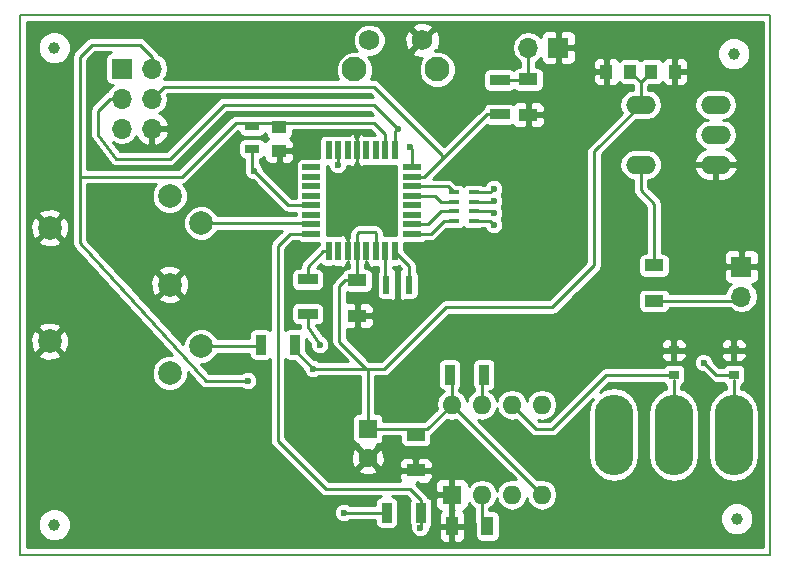
<source format=gbr>
G04 #@! TF.FileFunction,Copper,L1,Top,Signal*
%FSLAX46Y46*%
G04 Gerber Fmt 4.6, Leading zero omitted, Abs format (unit mm)*
G04 Created by KiCad (PCBNEW 4.0.7-e2-6376~61~ubuntu18.04.1) date Wed Jul 18 23:52:16 2018*
%MOMM*%
%LPD*%
G01*
G04 APERTURE LIST*
%ADD10C,0.100000*%
%ADD11C,0.150000*%
%ADD12R,1.600000X1.600000*%
%ADD13O,1.600000X1.600000*%
%ADD14R,1.600000X1.000000*%
%ADD15R,0.550000X1.600000*%
%ADD16R,1.600000X0.550000*%
%ADD17C,1.600000*%
%ADD18R,1.700000X1.700000*%
%ADD19O,1.700000X1.700000*%
%ADD20C,2.100000*%
%ADD21C,1.750000*%
%ADD22R,0.900000X0.400000*%
%ADD23R,0.600000X1.500000*%
%ADD24O,3.300000X6.800000*%
%ADD25O,2.540000X1.524000*%
%ADD26R,1.000000X1.600000*%
%ADD27R,1.700000X0.900000*%
%ADD28R,0.900000X1.700000*%
%ADD29R,0.900000X0.800000*%
%ADD30R,1.300000X0.700000*%
%ADD31R,1.000000X1.250000*%
%ADD32R,1.250000X1.000000*%
%ADD33C,2.000000*%
%ADD34C,1.000000*%
%ADD35C,0.600000*%
%ADD36C,0.250000*%
%ADD37C,0.254000*%
G04 APERTURE END LIST*
D10*
D11*
X0Y127000D02*
X0Y45847000D01*
X63500000Y127000D02*
X0Y127000D01*
X63500000Y127000D02*
X63500000Y45847000D01*
X63500000Y45847000D02*
X0Y45847000D01*
D12*
X36576000Y5207000D03*
D13*
X44196000Y12827000D03*
X39116000Y5207000D03*
X41656000Y12827000D03*
X41656000Y5207000D03*
X39116000Y12827000D03*
X44196000Y5207000D03*
X36576000Y12827000D03*
D14*
X53721000Y24614000D03*
X53721000Y21614000D03*
D15*
X26156000Y25849000D03*
X26956000Y25849000D03*
X27756000Y25849000D03*
X28556000Y25849000D03*
X29356000Y25849000D03*
X30156000Y25849000D03*
X30956000Y25849000D03*
X31756000Y25849000D03*
D16*
X33206000Y27299000D03*
X33206000Y28099000D03*
X33206000Y28899000D03*
X33206000Y29699000D03*
X33206000Y30499000D03*
X33206000Y31299000D03*
X33206000Y32099000D03*
X33206000Y32899000D03*
D15*
X31756000Y34349000D03*
X30956000Y34349000D03*
X30156000Y34349000D03*
X29356000Y34349000D03*
X28556000Y34349000D03*
X27756000Y34349000D03*
X26956000Y34349000D03*
X26156000Y34349000D03*
D16*
X24706000Y32899000D03*
X24706000Y32099000D03*
X24706000Y31299000D03*
X24706000Y30499000D03*
X24706000Y29699000D03*
X24706000Y28899000D03*
X24706000Y28099000D03*
X24706000Y27299000D03*
D12*
X29464000Y10795000D03*
D17*
X29464000Y8295000D03*
D18*
X8636000Y41275000D03*
D19*
X11176000Y41275000D03*
X8636000Y38735000D03*
X11176000Y38735000D03*
X8636000Y36195000D03*
X11176000Y36195000D03*
D20*
X35351000Y41198000D03*
D21*
X34091000Y43688000D03*
X29591000Y43688000D03*
D20*
X28341000Y41198000D03*
D22*
X36742000Y29991000D03*
X36742000Y29191000D03*
X36742000Y30791000D03*
X36742000Y28391000D03*
X38442000Y30791000D03*
X38442000Y29991000D03*
X38442000Y29191000D03*
X38442000Y28391000D03*
D23*
X31054000Y22987000D03*
X32954000Y22987000D03*
X32004000Y22987000D03*
D24*
X60452000Y10287000D03*
X50292000Y10287000D03*
X55372000Y10287000D03*
D18*
X61087000Y24511000D03*
D19*
X61087000Y21971000D03*
D18*
X45593000Y43053000D03*
D19*
X43053000Y43053000D03*
D25*
X52578000Y38227000D03*
X52578000Y33147000D03*
X58928000Y38227000D03*
X58928000Y35687000D03*
X58928000Y33147000D03*
D14*
X33528000Y7263000D03*
X33528000Y10263000D03*
X43053000Y40362000D03*
X43053000Y37362000D03*
D26*
X36600000Y2540000D03*
X39600000Y2540000D03*
D14*
X28575000Y20344000D03*
X28575000Y23344000D03*
D27*
X24384000Y20521000D03*
X24384000Y23421000D03*
D28*
X33962000Y3683000D03*
X31062000Y3683000D03*
X23294000Y17907000D03*
X20394000Y17907000D03*
X36396000Y15367000D03*
X39296000Y15367000D03*
D27*
X40640000Y40312000D03*
X40640000Y37412000D03*
D29*
X55372000Y15333000D03*
X55372000Y17433000D03*
X60452000Y17433000D03*
X60452000Y15333000D03*
D30*
X19685000Y36383000D03*
X19685000Y34483000D03*
D31*
X55483000Y41021000D03*
X53483000Y41021000D03*
X49673000Y41021000D03*
X51673000Y41021000D03*
D32*
X21971000Y34306000D03*
X21971000Y36306000D03*
D33*
X2540000Y27787000D03*
X15367000Y28194000D03*
X15367000Y17780000D03*
X12700000Y15487000D03*
X12700000Y22987000D03*
X12700000Y30487000D03*
X2540000Y18187000D03*
D34*
X2921000Y43053000D03*
X2921000Y2667000D03*
X60706000Y3175000D03*
X60452000Y42545000D03*
D35*
X24826000Y15875000D03*
X19304000Y14859000D03*
X22860000Y21717000D03*
X29083000Y30226000D03*
X16510000Y36195000D03*
X32004000Y24257000D03*
X40132000Y31115000D03*
X40132000Y30099000D03*
X40132000Y29083000D03*
X40132000Y28067000D03*
X25400000Y17907000D03*
X27432000Y3683000D03*
X33909000Y2413000D03*
X26924000Y33147000D03*
X32004000Y36195000D03*
X33020000Y34671000D03*
X19812000Y32639000D03*
X57912000Y16383000D03*
D36*
X51673000Y41021000D02*
X52578000Y40116000D01*
X52578000Y40116000D02*
X52689000Y40116000D01*
X52689000Y40116000D02*
X52705000Y40132000D01*
X52705000Y40132000D02*
X52705000Y40243000D01*
X52578000Y38227000D02*
X52578000Y40116000D01*
X52578000Y40116000D02*
X52705000Y40243000D01*
X52705000Y40243000D02*
X53483000Y41021000D01*
X29464000Y10795000D02*
X29464000Y15875000D01*
X36576000Y12827000D02*
X36576000Y15187000D01*
X36576000Y15187000D02*
X36396000Y15367000D01*
X29337000Y15875000D02*
X29464000Y15875000D01*
X29464000Y15875000D02*
X30861000Y15875000D01*
X48641000Y24638000D02*
X48641000Y34290000D01*
X45085000Y21082000D02*
X48641000Y24638000D01*
X36068000Y21082000D02*
X45085000Y21082000D01*
X31242000Y16256000D02*
X36068000Y21082000D01*
X48641000Y34290000D02*
X52578000Y38227000D01*
X30861000Y15875000D02*
X31242000Y16256000D01*
X52578000Y38227000D02*
X52324000Y38227000D01*
X36576000Y12827000D02*
X44196000Y5207000D01*
X33528000Y10771000D02*
X34520000Y10771000D01*
X34520000Y10771000D02*
X36576000Y12827000D01*
X29464000Y10795000D02*
X33504000Y10795000D01*
X33504000Y10795000D02*
X33528000Y10771000D01*
X28575000Y23344000D02*
X27535000Y23344000D01*
X27051000Y18161000D02*
X29337000Y15875000D01*
X27051000Y22860000D02*
X27051000Y18161000D01*
X27535000Y23344000D02*
X27051000Y22860000D01*
X28556000Y25849000D02*
X28556000Y27286000D01*
X30156000Y27375000D02*
X30156000Y25849000D01*
X30099000Y27432000D02*
X30156000Y27375000D01*
X28702000Y27432000D02*
X30099000Y27432000D01*
X28556000Y27286000D02*
X28702000Y27432000D01*
X28556000Y25849000D02*
X28556000Y23363000D01*
X28556000Y23363000D02*
X28575000Y23344000D01*
X21844000Y36179000D02*
X21844000Y36195000D01*
X21844000Y36195000D02*
X22352000Y36703000D01*
X23294000Y17907000D02*
X23294000Y17407000D01*
X23294000Y17407000D02*
X24826000Y15875000D01*
X5080000Y32131000D02*
X13716000Y32131000D01*
X18288000Y36703000D02*
X19238000Y36703000D01*
X17272000Y35687000D02*
X18288000Y36703000D01*
X13716000Y32131000D02*
X17272000Y35687000D01*
X19238000Y36703000D02*
X19254000Y36687000D01*
X19254000Y36687000D02*
X26400000Y36687000D01*
X26400000Y36687000D02*
X26416000Y36703000D01*
X26416000Y36703000D02*
X29972000Y36703000D01*
X29972000Y36703000D02*
X30956000Y35719000D01*
X30956000Y35719000D02*
X30956000Y34349000D01*
X11176000Y42291000D02*
X10160000Y43307000D01*
X10160000Y43307000D02*
X6096000Y43307000D01*
X6096000Y43307000D02*
X5080000Y42291000D01*
X11176000Y41275000D02*
X11176000Y42291000D01*
X29337000Y15875000D02*
X28448000Y15875000D01*
X28448000Y15875000D02*
X24826000Y15875000D01*
X5080000Y42291000D02*
X5080000Y32639000D01*
X5080000Y32639000D02*
X5080000Y32131000D01*
X5080000Y32131000D02*
X5080000Y31623000D01*
X5080000Y31623000D02*
X5080000Y26543000D01*
X5080000Y26543000D02*
X15748000Y14859000D01*
X15748000Y14859000D02*
X19304000Y14859000D01*
X28556000Y34349000D02*
X28556000Y30753000D01*
X28556000Y30753000D02*
X29083000Y30226000D01*
X32004000Y22987000D02*
X32004000Y24257000D01*
X39116000Y5207000D02*
X39116000Y3024000D01*
X39116000Y3024000D02*
X39600000Y2540000D01*
X41656000Y12827000D02*
X43688000Y10795000D01*
X49623000Y15333000D02*
X55372000Y15333000D01*
X45085000Y10795000D02*
X49623000Y15333000D01*
X43688000Y10795000D02*
X45085000Y10795000D01*
X39116000Y5207000D02*
X39116000Y4191000D01*
X55372000Y14925000D02*
X55372000Y10287000D01*
X39808000Y30791000D02*
X38442000Y30791000D01*
X40132000Y31115000D02*
X39808000Y30791000D01*
X38792000Y30791000D02*
X38442000Y30791000D01*
X40024000Y29991000D02*
X38442000Y29991000D01*
X40132000Y30099000D02*
X40024000Y29991000D01*
X40024000Y29191000D02*
X38442000Y29191000D01*
X40132000Y29083000D02*
X40024000Y29191000D01*
X40132000Y28067000D02*
X39808000Y28391000D01*
X39808000Y28391000D02*
X38442000Y28391000D01*
X24384000Y20521000D02*
X24384000Y19431000D01*
X24384000Y19431000D02*
X25400000Y17907000D01*
X31062000Y3683000D02*
X27432000Y3683000D01*
X33962000Y3683000D02*
X33962000Y2466000D01*
X33962000Y2466000D02*
X33909000Y2413000D01*
X33962000Y3376000D02*
X33962000Y4773000D01*
X22854000Y27299000D02*
X24706000Y27299000D01*
X21844000Y26289000D02*
X22854000Y27299000D01*
X21844000Y9779000D02*
X21844000Y26289000D01*
X25908000Y5715000D02*
X21844000Y9779000D01*
X33020000Y5715000D02*
X25908000Y5715000D01*
X33962000Y4773000D02*
X33020000Y5715000D01*
X24632000Y27299000D02*
X24706000Y27299000D01*
X24706000Y27299000D02*
X24632000Y27299000D01*
X30956000Y25849000D02*
X30956000Y23085000D01*
X30956000Y23085000D02*
X31054000Y22987000D01*
X31756000Y25849000D02*
X31756000Y25775000D01*
X31756000Y25775000D02*
X32954000Y24577000D01*
X32954000Y24577000D02*
X32954000Y22987000D01*
X31756000Y25849000D02*
X31756000Y25643000D01*
X26956000Y34349000D02*
X26956000Y33179000D01*
X26956000Y33179000D02*
X26924000Y33147000D01*
X15760000Y17787000D02*
X20274000Y17787000D01*
X20274000Y17787000D02*
X20394000Y17907000D01*
X15367000Y28194000D02*
X24611000Y28194000D01*
X24611000Y28194000D02*
X24706000Y28099000D01*
X24674000Y28067000D02*
X24706000Y28099000D01*
X35750500Y33591500D02*
X35750500Y33972500D01*
X12192000Y39751000D02*
X11176000Y38735000D01*
X29972000Y39751000D02*
X12192000Y39751000D01*
X35750500Y33972500D02*
X29972000Y39751000D01*
X40640000Y37412000D02*
X39571000Y37412000D01*
X34258000Y32099000D02*
X33206000Y32099000D01*
X39571000Y37412000D02*
X35750500Y33591500D01*
X35750500Y33591500D02*
X34258000Y32099000D01*
X32004000Y36195000D02*
X29972000Y38227000D01*
X7620000Y38735000D02*
X8636000Y38735000D01*
X6604000Y37719000D02*
X7620000Y38735000D01*
X6604000Y35687000D02*
X6604000Y37719000D01*
X8128000Y33655000D02*
X6604000Y35687000D01*
X12700000Y33655000D02*
X8128000Y33655000D01*
X17272000Y38227000D02*
X12700000Y33655000D01*
X29972000Y38227000D02*
X17272000Y38227000D01*
X29972000Y38227000D02*
X29972000Y38227000D01*
X32004000Y36195000D02*
X31756000Y35947000D01*
X31756000Y35947000D02*
X32004000Y36195000D01*
X31756000Y34349000D02*
X31756000Y35947000D01*
X31756000Y35947000D02*
X32004000Y36195000D01*
X53721000Y24614000D02*
X53721000Y29845000D01*
X52578000Y30988000D02*
X52578000Y33147000D01*
X53721000Y29845000D02*
X52578000Y30988000D01*
X52348000Y32917000D02*
X52578000Y33147000D01*
X33206000Y34485000D02*
X33020000Y34671000D01*
X33206000Y32899000D02*
X33206000Y34485000D01*
X19685000Y34610000D02*
X19685000Y32766000D01*
X19685000Y32766000D02*
X19812000Y32639000D01*
X19746000Y32705000D02*
X22752000Y29699000D01*
X19812000Y32639000D02*
X19746000Y32705000D01*
X22752000Y29699000D02*
X24706000Y29699000D01*
X40640000Y40312000D02*
X43003000Y40312000D01*
X43003000Y40312000D02*
X43053000Y40362000D01*
X43053000Y40362000D02*
X43053000Y43053000D01*
X53721000Y21614000D02*
X61111000Y21614000D01*
X61111000Y21614000D02*
X61468000Y21971000D01*
X33206000Y30499000D02*
X35160000Y30499000D01*
X35668000Y29991000D02*
X36742000Y29991000D01*
X35160000Y30499000D02*
X35668000Y29991000D01*
X33206000Y27299000D02*
X34792000Y27299000D01*
X35884000Y28391000D02*
X36742000Y28391000D01*
X34792000Y27299000D02*
X35884000Y28391000D01*
X33206000Y27299000D02*
X33788000Y27299000D01*
X33206000Y31299000D02*
X36234000Y31299000D01*
X36234000Y31299000D02*
X36742000Y30791000D01*
X33206000Y28099000D02*
X34576000Y28099000D01*
X35668000Y29191000D02*
X36742000Y29191000D01*
X34576000Y28099000D02*
X35668000Y29191000D01*
X39116000Y12827000D02*
X39116000Y15187000D01*
X39116000Y15187000D02*
X39296000Y15367000D01*
X58962000Y15333000D02*
X60452000Y15333000D01*
X57912000Y16383000D02*
X58962000Y15333000D01*
X60452000Y14925000D02*
X60452000Y10287000D01*
X39116000Y13335000D02*
X39116000Y12827000D01*
X26156000Y25849000D02*
X25722000Y25849000D01*
X24384000Y24511000D02*
X24384000Y23421000D01*
X25722000Y25849000D02*
X24384000Y24511000D01*
D37*
G36*
X62898000Y729000D02*
X602000Y729000D01*
X602000Y2390339D01*
X1523758Y2390339D01*
X1735990Y1876697D01*
X2128630Y1483371D01*
X2641900Y1270243D01*
X3197661Y1269758D01*
X3711303Y1481990D01*
X4104629Y1874630D01*
X4317757Y2387900D01*
X4318242Y2943661D01*
X4106010Y3457303D01*
X3713370Y3850629D01*
X3200100Y4063757D01*
X2644339Y4064242D01*
X2130697Y3852010D01*
X1737371Y3459370D01*
X1524243Y2946100D01*
X1523758Y2390339D01*
X602000Y2390339D01*
X602000Y17034468D01*
X1567073Y17034468D01*
X1665736Y16767613D01*
X2275461Y16541092D01*
X2925460Y16565144D01*
X3414264Y16767613D01*
X3512927Y17034468D01*
X2540000Y18007395D01*
X1567073Y17034468D01*
X602000Y17034468D01*
X602000Y18451539D01*
X894092Y18451539D01*
X918144Y17801540D01*
X1120613Y17312736D01*
X1387468Y17214073D01*
X2360395Y18187000D01*
X2719605Y18187000D01*
X3692532Y17214073D01*
X3959387Y17312736D01*
X4185908Y17922461D01*
X4161856Y18572460D01*
X3959387Y19061264D01*
X3692532Y19159927D01*
X2719605Y18187000D01*
X2360395Y18187000D01*
X1387468Y19159927D01*
X1120613Y19061264D01*
X894092Y18451539D01*
X602000Y18451539D01*
X602000Y19339532D01*
X1567073Y19339532D01*
X2540000Y18366605D01*
X3512927Y19339532D01*
X3414264Y19606387D01*
X2804539Y19832908D01*
X2154540Y19808856D01*
X1665736Y19606387D01*
X1567073Y19339532D01*
X602000Y19339532D01*
X602000Y26634468D01*
X1567073Y26634468D01*
X1665736Y26367613D01*
X2275461Y26141092D01*
X2925460Y26165144D01*
X3414264Y26367613D01*
X3512927Y26634468D01*
X2540000Y27607395D01*
X1567073Y26634468D01*
X602000Y26634468D01*
X602000Y28051539D01*
X894092Y28051539D01*
X918144Y27401540D01*
X1120613Y26912736D01*
X1387468Y26814073D01*
X2360395Y27787000D01*
X2719605Y27787000D01*
X3692532Y26814073D01*
X3959387Y26912736D01*
X4185908Y27522461D01*
X4161856Y28172460D01*
X3959387Y28661264D01*
X3692532Y28759927D01*
X2719605Y27787000D01*
X2360395Y27787000D01*
X1387468Y28759927D01*
X1120613Y28661264D01*
X894092Y28051539D01*
X602000Y28051539D01*
X602000Y28939532D01*
X1567073Y28939532D01*
X2540000Y27966605D01*
X3512927Y28939532D01*
X3414264Y29206387D01*
X2804539Y29432908D01*
X2154540Y29408856D01*
X1665736Y29206387D01*
X1567073Y28939532D01*
X602000Y28939532D01*
X602000Y42776339D01*
X1523758Y42776339D01*
X1735990Y42262697D01*
X2128630Y41869371D01*
X2641900Y41656243D01*
X3197661Y41655758D01*
X3711303Y41867990D01*
X4104629Y42260630D01*
X4117239Y42291000D01*
X4427999Y42291000D01*
X4428000Y42290995D01*
X4428000Y26543000D01*
X4449980Y26432501D01*
X4466922Y26321101D01*
X4474698Y26308234D01*
X4477631Y26293490D01*
X4540228Y26199807D01*
X4598507Y26103376D01*
X12897659Y17013829D01*
X12397593Y17014265D01*
X11836154Y16782283D01*
X11406227Y16353106D01*
X11173265Y15792072D01*
X11172735Y15184593D01*
X11404717Y14623154D01*
X11833894Y14193227D01*
X12394928Y13960265D01*
X13002407Y13959735D01*
X13563846Y14191717D01*
X13993773Y14620894D01*
X14226735Y15181928D01*
X14227063Y15557815D01*
X15266507Y14419376D01*
X15278614Y14410465D01*
X15286966Y14397966D01*
X15380656Y14335364D01*
X15471396Y14268582D01*
X15485990Y14264983D01*
X15498490Y14256631D01*
X15608993Y14234650D01*
X15718394Y14207672D01*
X15733257Y14209932D01*
X15748000Y14207000D01*
X18786327Y14207000D01*
X18834930Y14158312D01*
X19138778Y14032144D01*
X19467779Y14031857D01*
X19771846Y14157495D01*
X20004688Y14389930D01*
X20130856Y14693778D01*
X20131143Y15022779D01*
X20005505Y15326846D01*
X19773070Y15559688D01*
X19469222Y15685856D01*
X19140221Y15686143D01*
X18836154Y15560505D01*
X18786562Y15511000D01*
X16035583Y15511000D01*
X15358099Y16253007D01*
X15669407Y16252735D01*
X16230846Y16484717D01*
X16660773Y16913894D01*
X16752584Y17135000D01*
X19406676Y17135000D01*
X19406676Y17057000D01*
X19443423Y16861706D01*
X19558842Y16682340D01*
X19734951Y16562010D01*
X19944000Y16519676D01*
X20844000Y16519676D01*
X21039294Y16556423D01*
X21192000Y16654687D01*
X21192000Y9779005D01*
X21191999Y9779000D01*
X21225648Y9609842D01*
X21241631Y9529490D01*
X21382966Y9317966D01*
X25446966Y5253966D01*
X25658490Y5112631D01*
X25699887Y5104396D01*
X25908000Y5062999D01*
X25908005Y5063000D01*
X30573076Y5063000D01*
X30416706Y5033577D01*
X30237340Y4918158D01*
X30117010Y4742049D01*
X30074676Y4533000D01*
X30074676Y4335000D01*
X27949673Y4335000D01*
X27901070Y4383688D01*
X27597222Y4509856D01*
X27268221Y4510143D01*
X26964154Y4384505D01*
X26731312Y4152070D01*
X26605144Y3848222D01*
X26604857Y3519221D01*
X26730495Y3215154D01*
X26962930Y2982312D01*
X27266778Y2856144D01*
X27595779Y2855857D01*
X27899846Y2981495D01*
X27949438Y3031000D01*
X30074676Y3031000D01*
X30074676Y2833000D01*
X30111423Y2637706D01*
X30226842Y2458340D01*
X30402951Y2338010D01*
X30612000Y2295676D01*
X31512000Y2295676D01*
X31707294Y2332423D01*
X31886660Y2447842D01*
X32006990Y2623951D01*
X32049324Y2833000D01*
X32049324Y4533000D01*
X32012577Y4728294D01*
X31897158Y4907660D01*
X31721049Y5027990D01*
X31548167Y5063000D01*
X32749932Y5063000D01*
X33038878Y4774054D01*
X33017010Y4742049D01*
X32974676Y4533000D01*
X32974676Y2833000D01*
X33011423Y2637706D01*
X33082100Y2527871D01*
X33081857Y2249221D01*
X33207495Y1945154D01*
X33439930Y1712312D01*
X33743778Y1586144D01*
X34072779Y1585857D01*
X34376846Y1711495D01*
X34609688Y1943930D01*
X34735856Y2247778D01*
X34735861Y2254250D01*
X35465000Y2254250D01*
X35465000Y1613690D01*
X35561673Y1380301D01*
X35740302Y1201673D01*
X35973691Y1105000D01*
X36314250Y1105000D01*
X36473000Y1263750D01*
X36473000Y2413000D01*
X36727000Y2413000D01*
X36727000Y1263750D01*
X36885750Y1105000D01*
X37226309Y1105000D01*
X37459698Y1201673D01*
X37638327Y1380301D01*
X37735000Y1613690D01*
X37735000Y2254250D01*
X37576250Y2413000D01*
X36727000Y2413000D01*
X36473000Y2413000D01*
X35623750Y2413000D01*
X35465000Y2254250D01*
X34735861Y2254250D01*
X34736002Y2415244D01*
X34786660Y2447842D01*
X34906990Y2623951D01*
X34949324Y2833000D01*
X34949324Y4533000D01*
X34912577Y4728294D01*
X34797158Y4907660D01*
X34777269Y4921250D01*
X35141000Y4921250D01*
X35141000Y4280691D01*
X35237673Y4047302D01*
X35416301Y3868673D01*
X35638577Y3776603D01*
X35561673Y3699699D01*
X35465000Y3466310D01*
X35465000Y2825750D01*
X35623750Y2667000D01*
X36473000Y2667000D01*
X36473000Y3816250D01*
X36403750Y3885500D01*
X36449000Y3930750D01*
X36449000Y5080000D01*
X35299750Y5080000D01*
X35141000Y4921250D01*
X34777269Y4921250D01*
X34621049Y5027990D01*
X34551265Y5042122D01*
X34423034Y5234034D01*
X34423031Y5234036D01*
X33529068Y6128000D01*
X33655002Y6128000D01*
X33655002Y6286748D01*
X33813750Y6128000D01*
X34454310Y6128000D01*
X34467127Y6133309D01*
X35141000Y6133309D01*
X35141000Y5492750D01*
X35299750Y5334000D01*
X36449000Y5334000D01*
X36449000Y6483250D01*
X36290250Y6642000D01*
X35649690Y6642000D01*
X35416301Y6545327D01*
X35237673Y6366698D01*
X35141000Y6133309D01*
X34467127Y6133309D01*
X34687699Y6224673D01*
X34866327Y6403302D01*
X34963000Y6636691D01*
X34963000Y6977250D01*
X34804250Y7136000D01*
X33655000Y7136000D01*
X33655000Y7116000D01*
X33401000Y7116000D01*
X33401000Y7136000D01*
X32251750Y7136000D01*
X32093000Y6977250D01*
X32093000Y6636691D01*
X32189673Y6403302D01*
X32225975Y6367000D01*
X26178068Y6367000D01*
X25257813Y7287255D01*
X28635861Y7287255D01*
X28709995Y7041136D01*
X29247223Y6848035D01*
X29817454Y6875222D01*
X30218005Y7041136D01*
X30292139Y7287255D01*
X29464000Y8115395D01*
X28635861Y7287255D01*
X25257813Y7287255D01*
X24033291Y8511777D01*
X28017035Y8511777D01*
X28044222Y7941546D01*
X28210136Y7540995D01*
X28456255Y7466861D01*
X29284395Y8295000D01*
X29643605Y8295000D01*
X30471745Y7466861D01*
X30717864Y7540995D01*
X30843061Y7889309D01*
X32093000Y7889309D01*
X32093000Y7548750D01*
X32251750Y7390000D01*
X33401000Y7390000D01*
X33401000Y8239250D01*
X33655000Y8239250D01*
X33655000Y7390000D01*
X34804250Y7390000D01*
X34963000Y7548750D01*
X34963000Y7889309D01*
X34866327Y8122698D01*
X34687699Y8301327D01*
X34454310Y8398000D01*
X33813750Y8398000D01*
X33655000Y8239250D01*
X33401000Y8239250D01*
X33242250Y8398000D01*
X32601690Y8398000D01*
X32368301Y8301327D01*
X32189673Y8122698D01*
X32093000Y7889309D01*
X30843061Y7889309D01*
X30910965Y8078223D01*
X30883778Y8648454D01*
X30717864Y9049005D01*
X30471745Y9123139D01*
X29643605Y8295000D01*
X29284395Y8295000D01*
X28456255Y9123139D01*
X28210136Y9049005D01*
X28017035Y8511777D01*
X24033291Y8511777D01*
X22496000Y10049068D01*
X22496000Y16656951D01*
X22634951Y16562010D01*
X22844000Y16519676D01*
X23259256Y16519676D01*
X23998917Y15780016D01*
X23998857Y15711221D01*
X24124495Y15407154D01*
X24356930Y15174312D01*
X24660778Y15048144D01*
X24989779Y15047857D01*
X25293846Y15173495D01*
X25343438Y15223000D01*
X28812000Y15223000D01*
X28812000Y12132324D01*
X28664000Y12132324D01*
X28468706Y12095577D01*
X28289340Y11980158D01*
X28169010Y11804049D01*
X28126676Y11595000D01*
X28126676Y9995000D01*
X28163423Y9799706D01*
X28278842Y9620340D01*
X28454951Y9500010D01*
X28664000Y9457676D01*
X28682528Y9457676D01*
X28635861Y9302745D01*
X29464000Y8474605D01*
X30292139Y9302745D01*
X30245472Y9457676D01*
X30264000Y9457676D01*
X30459294Y9494423D01*
X30638660Y9609842D01*
X30758990Y9785951D01*
X30801324Y9995000D01*
X30801324Y10143000D01*
X32190676Y10143000D01*
X32190676Y9763000D01*
X32227423Y9567706D01*
X32342842Y9388340D01*
X32518951Y9268010D01*
X32728000Y9225676D01*
X34328000Y9225676D01*
X34523294Y9262423D01*
X34702660Y9377842D01*
X34822990Y9553951D01*
X34865324Y9763000D01*
X34865324Y10232651D01*
X34981034Y10309966D01*
X36216567Y11545499D01*
X36576000Y11474003D01*
X36935433Y11545499D01*
X41986720Y6494213D01*
X41656000Y6559997D01*
X41148179Y6458985D01*
X40717669Y6171328D01*
X40430012Y5740818D01*
X40386000Y5519555D01*
X40341988Y5740818D01*
X40054331Y6171328D01*
X39623821Y6458985D01*
X39116000Y6559997D01*
X38608179Y6458985D01*
X38177669Y6171328D01*
X38011000Y5921890D01*
X38011000Y6133309D01*
X37914327Y6366698D01*
X37735699Y6545327D01*
X37502310Y6642000D01*
X36861750Y6642000D01*
X36703000Y6483250D01*
X36703000Y5334000D01*
X36723000Y5334000D01*
X36723000Y5080000D01*
X36703000Y5080000D01*
X36703000Y3930750D01*
X36772250Y3861500D01*
X36727000Y3816250D01*
X36727000Y2667000D01*
X37576250Y2667000D01*
X37735000Y2825750D01*
X37735000Y3466310D01*
X37638327Y3699699D01*
X37547364Y3790662D01*
X37735699Y3868673D01*
X37914327Y4047302D01*
X38011000Y4280691D01*
X38011000Y4492110D01*
X38177669Y4242672D01*
X38464000Y4051352D01*
X38464000Y3024005D01*
X38463999Y3024000D01*
X38503435Y2825750D01*
X38513631Y2774490D01*
X38562676Y2701089D01*
X38562676Y1740000D01*
X38599423Y1544706D01*
X38714842Y1365340D01*
X38890951Y1245010D01*
X39100000Y1202676D01*
X40100000Y1202676D01*
X40295294Y1239423D01*
X40474660Y1354842D01*
X40594990Y1530951D01*
X40637324Y1740000D01*
X40637324Y2898339D01*
X59308758Y2898339D01*
X59520990Y2384697D01*
X59913630Y1991371D01*
X60426900Y1778243D01*
X60982661Y1777758D01*
X61496303Y1989990D01*
X61889629Y2382630D01*
X62102757Y2895900D01*
X62103242Y3451661D01*
X61891010Y3965303D01*
X61498370Y4358629D01*
X60985100Y4571757D01*
X60429339Y4572242D01*
X59915697Y4360010D01*
X59522371Y3967370D01*
X59309243Y3454100D01*
X59308758Y2898339D01*
X40637324Y2898339D01*
X40637324Y3340000D01*
X40600577Y3535294D01*
X40485158Y3714660D01*
X40309049Y3834990D01*
X40100000Y3877324D01*
X39768000Y3877324D01*
X39768000Y4051352D01*
X40054331Y4242672D01*
X40341988Y4673182D01*
X40386000Y4894445D01*
X40430012Y4673182D01*
X40717669Y4242672D01*
X41148179Y3955015D01*
X41656000Y3854003D01*
X42163821Y3955015D01*
X42594331Y4242672D01*
X42881988Y4673182D01*
X42926000Y4894445D01*
X42970012Y4673182D01*
X43257669Y4242672D01*
X43688179Y3955015D01*
X44196000Y3854003D01*
X44703821Y3955015D01*
X45134331Y4242672D01*
X45421988Y4673182D01*
X45523000Y5181003D01*
X45523000Y5232997D01*
X45421988Y5740818D01*
X45134331Y6171328D01*
X44703821Y6458985D01*
X44196000Y6559997D01*
X43836566Y6488501D01*
X38785280Y11539787D01*
X39116000Y11474003D01*
X39623821Y11575015D01*
X40054331Y11862672D01*
X40341988Y12293182D01*
X40386000Y12514445D01*
X40430012Y12293182D01*
X40717669Y11862672D01*
X41148179Y11575015D01*
X41656000Y11474003D01*
X42015433Y11545499D01*
X43226966Y10333966D01*
X43438490Y10192631D01*
X43479887Y10184396D01*
X43688000Y10142999D01*
X43688005Y10143000D01*
X45084995Y10143000D01*
X45085000Y10142999D01*
X45293113Y10184396D01*
X45334510Y10192631D01*
X45546034Y10333966D01*
X48525598Y13313530D01*
X48280714Y12947036D01*
X48115000Y12113934D01*
X48115000Y8460066D01*
X48280714Y7626964D01*
X48752629Y6920695D01*
X49458898Y6448780D01*
X50292000Y6283066D01*
X51125102Y6448780D01*
X51831371Y6920695D01*
X52303286Y7626964D01*
X52469000Y8460066D01*
X52469000Y12113934D01*
X52303286Y12947036D01*
X51831371Y13653305D01*
X51125102Y14125220D01*
X50292000Y14290934D01*
X49458898Y14125220D01*
X49092404Y13880336D01*
X49893068Y14681000D01*
X54457912Y14681000D01*
X54536842Y14558340D01*
X54712951Y14438010D01*
X54720000Y14436583D01*
X54720000Y14161243D01*
X54538898Y14125220D01*
X53832629Y13653305D01*
X53360714Y12947036D01*
X53195000Y12113934D01*
X53195000Y8460066D01*
X53360714Y7626964D01*
X53832629Y6920695D01*
X54538898Y6448780D01*
X55372000Y6283066D01*
X56205102Y6448780D01*
X56911371Y6920695D01*
X57383286Y7626964D01*
X57549000Y8460066D01*
X57549000Y12113934D01*
X57383286Y12947036D01*
X56911371Y13653305D01*
X56205102Y14125220D01*
X56024000Y14161243D01*
X56024000Y14436738D01*
X56196660Y14547842D01*
X56316990Y14723951D01*
X56359324Y14933000D01*
X56359324Y15733000D01*
X56322577Y15928294D01*
X56207158Y16107660D01*
X56043883Y16219221D01*
X57084857Y16219221D01*
X57210495Y15915154D01*
X57442930Y15682312D01*
X57746778Y15556144D01*
X57816849Y15556083D01*
X58500964Y14871969D01*
X58500966Y14871966D01*
X58712490Y14730631D01*
X58962000Y14681000D01*
X59537912Y14681000D01*
X59616842Y14558340D01*
X59792951Y14438010D01*
X59800000Y14436583D01*
X59800000Y14161243D01*
X59618898Y14125220D01*
X58912629Y13653305D01*
X58440714Y12947036D01*
X58275000Y12113934D01*
X58275000Y8460066D01*
X58440714Y7626964D01*
X58912629Y6920695D01*
X59618898Y6448780D01*
X60452000Y6283066D01*
X61285102Y6448780D01*
X61991371Y6920695D01*
X62463286Y7626964D01*
X62629000Y8460066D01*
X62629000Y12113934D01*
X62463286Y12947036D01*
X61991371Y13653305D01*
X61285102Y14125220D01*
X61104000Y14161243D01*
X61104000Y14436738D01*
X61276660Y14547842D01*
X61396990Y14723951D01*
X61439324Y14933000D01*
X61439324Y15733000D01*
X61402577Y15928294D01*
X61287158Y16107660D01*
X61111049Y16227990D01*
X60902000Y16270324D01*
X60002000Y16270324D01*
X59806706Y16233577D01*
X59627340Y16118158D01*
X59536357Y15985000D01*
X59232067Y15985000D01*
X58739083Y16477985D01*
X58739143Y16546779D01*
X58613505Y16850846D01*
X58381070Y17083688D01*
X58227995Y17147250D01*
X59367000Y17147250D01*
X59367000Y16906691D01*
X59463673Y16673302D01*
X59642301Y16494673D01*
X59875690Y16398000D01*
X60166250Y16398000D01*
X60325000Y16556750D01*
X60325000Y17306000D01*
X60579000Y17306000D01*
X60579000Y16556750D01*
X60737750Y16398000D01*
X61028310Y16398000D01*
X61261699Y16494673D01*
X61440327Y16673302D01*
X61537000Y16906691D01*
X61537000Y17147250D01*
X61378250Y17306000D01*
X60579000Y17306000D01*
X60325000Y17306000D01*
X59525750Y17306000D01*
X59367000Y17147250D01*
X58227995Y17147250D01*
X58077222Y17209856D01*
X57748221Y17210143D01*
X57444154Y17084505D01*
X57211312Y16852070D01*
X57085144Y16548222D01*
X57084857Y16219221D01*
X56043883Y16219221D01*
X56031049Y16227990D01*
X55822000Y16270324D01*
X54922000Y16270324D01*
X54726706Y16233577D01*
X54547340Y16118158D01*
X54456357Y15985000D01*
X49623000Y15985000D01*
X49373490Y15935369D01*
X49163361Y15794966D01*
X49161966Y15794034D01*
X44814932Y11447000D01*
X43958068Y11447000D01*
X43865281Y11539787D01*
X44196000Y11474003D01*
X44703821Y11575015D01*
X45134331Y11862672D01*
X45421988Y12293182D01*
X45523000Y12801003D01*
X45523000Y12852997D01*
X45421988Y13360818D01*
X45134331Y13791328D01*
X44703821Y14078985D01*
X44196000Y14179997D01*
X43688179Y14078985D01*
X43257669Y13791328D01*
X42970012Y13360818D01*
X42926000Y13139555D01*
X42881988Y13360818D01*
X42594331Y13791328D01*
X42163821Y14078985D01*
X41656000Y14179997D01*
X41148179Y14078985D01*
X40717669Y13791328D01*
X40430012Y13360818D01*
X40386000Y13139555D01*
X40341988Y13360818D01*
X40054331Y13791328D01*
X39768000Y13982648D01*
X39768000Y13983816D01*
X39941294Y14016423D01*
X40120660Y14131842D01*
X40240990Y14307951D01*
X40283324Y14517000D01*
X40283324Y16217000D01*
X40246577Y16412294D01*
X40131158Y16591660D01*
X39955049Y16711990D01*
X39746000Y16754324D01*
X38846000Y16754324D01*
X38650706Y16717577D01*
X38471340Y16602158D01*
X38351010Y16426049D01*
X38308676Y16217000D01*
X38308676Y14517000D01*
X38345423Y14321706D01*
X38460842Y14142340D01*
X38464000Y14140182D01*
X38464000Y13982648D01*
X38177669Y13791328D01*
X37890012Y13360818D01*
X37846000Y13139555D01*
X37801988Y13360818D01*
X37514331Y13791328D01*
X37228000Y13982648D01*
X37228000Y14142584D01*
X37340990Y14307951D01*
X37383324Y14517000D01*
X37383324Y16217000D01*
X37346577Y16412294D01*
X37231158Y16591660D01*
X37055049Y16711990D01*
X36846000Y16754324D01*
X35946000Y16754324D01*
X35750706Y16717577D01*
X35571340Y16602158D01*
X35451010Y16426049D01*
X35408676Y16217000D01*
X35408676Y14517000D01*
X35445423Y14321706D01*
X35560842Y14142340D01*
X35736951Y14022010D01*
X35924000Y13984131D01*
X35924000Y13982648D01*
X35637669Y13791328D01*
X35350012Y13360818D01*
X35249000Y12852997D01*
X35249000Y12801003D01*
X35311869Y12484937D01*
X34249932Y11423000D01*
X33624657Y11423000D01*
X33504000Y11447001D01*
X33503995Y11447000D01*
X30801324Y11447000D01*
X30801324Y11595000D01*
X30764577Y11790294D01*
X30649158Y11969660D01*
X30473049Y12089990D01*
X30264000Y12132324D01*
X30116000Y12132324D01*
X30116000Y15223000D01*
X30860995Y15223000D01*
X30861000Y15222999D01*
X31069113Y15264396D01*
X31110510Y15272631D01*
X31322034Y15413966D01*
X31322035Y15413967D01*
X31703031Y15794964D01*
X31703034Y15794966D01*
X33055317Y17147250D01*
X54287000Y17147250D01*
X54287000Y16906691D01*
X54383673Y16673302D01*
X54562301Y16494673D01*
X54795690Y16398000D01*
X55086250Y16398000D01*
X55245000Y16556750D01*
X55245000Y17306000D01*
X55499000Y17306000D01*
X55499000Y16556750D01*
X55657750Y16398000D01*
X55948310Y16398000D01*
X56181699Y16494673D01*
X56360327Y16673302D01*
X56457000Y16906691D01*
X56457000Y17147250D01*
X56298250Y17306000D01*
X55499000Y17306000D01*
X55245000Y17306000D01*
X54445750Y17306000D01*
X54287000Y17147250D01*
X33055317Y17147250D01*
X33867376Y17959309D01*
X54287000Y17959309D01*
X54287000Y17718750D01*
X54445750Y17560000D01*
X55245000Y17560000D01*
X55245000Y18309250D01*
X55499000Y18309250D01*
X55499000Y17560000D01*
X56298250Y17560000D01*
X56457000Y17718750D01*
X56457000Y17959309D01*
X59367000Y17959309D01*
X59367000Y17718750D01*
X59525750Y17560000D01*
X60325000Y17560000D01*
X60325000Y18309250D01*
X60579000Y18309250D01*
X60579000Y17560000D01*
X61378250Y17560000D01*
X61537000Y17718750D01*
X61537000Y17959309D01*
X61440327Y18192698D01*
X61261699Y18371327D01*
X61028310Y18468000D01*
X60737750Y18468000D01*
X60579000Y18309250D01*
X60325000Y18309250D01*
X60166250Y18468000D01*
X59875690Y18468000D01*
X59642301Y18371327D01*
X59463673Y18192698D01*
X59367000Y17959309D01*
X56457000Y17959309D01*
X56360327Y18192698D01*
X56181699Y18371327D01*
X55948310Y18468000D01*
X55657750Y18468000D01*
X55499000Y18309250D01*
X55245000Y18309250D01*
X55086250Y18468000D01*
X54795690Y18468000D01*
X54562301Y18371327D01*
X54383673Y18192698D01*
X54287000Y17959309D01*
X33867376Y17959309D01*
X36338067Y20430000D01*
X45084995Y20430000D01*
X45085000Y20429999D01*
X45293113Y20471396D01*
X45334510Y20479631D01*
X45546034Y20620966D01*
X45546035Y20620967D01*
X47039067Y22114000D01*
X52383676Y22114000D01*
X52383676Y21114000D01*
X52420423Y20918706D01*
X52535842Y20739340D01*
X52711951Y20619010D01*
X52921000Y20576676D01*
X54521000Y20576676D01*
X54716294Y20613423D01*
X54895660Y20728842D01*
X55015990Y20904951D01*
X55027543Y20962000D01*
X60139188Y20962000D01*
X60533068Y20698818D01*
X61060023Y20594000D01*
X61113977Y20594000D01*
X61640932Y20698818D01*
X62087663Y20997314D01*
X62386159Y21444045D01*
X62490977Y21971000D01*
X62386159Y22497955D01*
X62087663Y22944686D01*
X61965968Y23026000D01*
X62063309Y23026000D01*
X62296698Y23122673D01*
X62475327Y23301301D01*
X62572000Y23534690D01*
X62572000Y24225250D01*
X62413250Y24384000D01*
X61214000Y24384000D01*
X61214000Y24364000D01*
X60960000Y24364000D01*
X60960000Y24384000D01*
X59760750Y24384000D01*
X59602000Y24225250D01*
X59602000Y23534690D01*
X59698673Y23301301D01*
X59877302Y23122673D01*
X60110691Y23026000D01*
X60208032Y23026000D01*
X60086337Y22944686D01*
X59787841Y22497955D01*
X59741702Y22266000D01*
X55029723Y22266000D01*
X55021577Y22309294D01*
X54906158Y22488660D01*
X54730049Y22608990D01*
X54521000Y22651324D01*
X52921000Y22651324D01*
X52725706Y22614577D01*
X52546340Y22499158D01*
X52426010Y22323049D01*
X52383676Y22114000D01*
X47039067Y22114000D01*
X49102031Y24176964D01*
X49102034Y24176966D01*
X49243369Y24388490D01*
X49293000Y24638000D01*
X49293000Y33147000D01*
X50745795Y33147000D01*
X50843914Y32653721D01*
X51123334Y32235539D01*
X51541516Y31956119D01*
X51926000Y31879641D01*
X51926000Y30988005D01*
X51925999Y30988000D01*
X51955844Y30837966D01*
X51975631Y30738490D01*
X52072597Y30593369D01*
X52116966Y30526966D01*
X53069000Y29574932D01*
X53069000Y25651324D01*
X52921000Y25651324D01*
X52725706Y25614577D01*
X52546340Y25499158D01*
X52426010Y25323049D01*
X52383676Y25114000D01*
X52383676Y24114000D01*
X52420423Y23918706D01*
X52535842Y23739340D01*
X52711951Y23619010D01*
X52921000Y23576676D01*
X54521000Y23576676D01*
X54716294Y23613423D01*
X54895660Y23728842D01*
X55015990Y23904951D01*
X55058324Y24114000D01*
X55058324Y25114000D01*
X55021577Y25309294D01*
X54907027Y25487310D01*
X59602000Y25487310D01*
X59602000Y24796750D01*
X59760750Y24638000D01*
X60960000Y24638000D01*
X60960000Y25837250D01*
X61214000Y25837250D01*
X61214000Y24638000D01*
X62413250Y24638000D01*
X62572000Y24796750D01*
X62572000Y25487310D01*
X62475327Y25720699D01*
X62296698Y25899327D01*
X62063309Y25996000D01*
X61372750Y25996000D01*
X61214000Y25837250D01*
X60960000Y25837250D01*
X60801250Y25996000D01*
X60110691Y25996000D01*
X59877302Y25899327D01*
X59698673Y25720699D01*
X59602000Y25487310D01*
X54907027Y25487310D01*
X54906158Y25488660D01*
X54730049Y25608990D01*
X54521000Y25651324D01*
X54373000Y25651324D01*
X54373000Y29845000D01*
X54323369Y30094510D01*
X54182034Y30306034D01*
X53230000Y31258068D01*
X53230000Y31879641D01*
X53614484Y31956119D01*
X54032666Y32235539D01*
X54312086Y32653721D01*
X54341964Y32803930D01*
X57065780Y32803930D01*
X57080740Y32729723D01*
X57342370Y32248974D01*
X57768059Y31904941D01*
X58293000Y31750000D01*
X58801000Y31750000D01*
X58801000Y33020000D01*
X59055000Y33020000D01*
X59055000Y31750000D01*
X59563000Y31750000D01*
X60087941Y31904941D01*
X60513630Y32248974D01*
X60775260Y32729723D01*
X60790220Y32803930D01*
X60667720Y33020000D01*
X59055000Y33020000D01*
X58801000Y33020000D01*
X57188280Y33020000D01*
X57065780Y32803930D01*
X54341964Y32803930D01*
X54410205Y33147000D01*
X54341965Y33490070D01*
X57065780Y33490070D01*
X57188280Y33274000D01*
X58801000Y33274000D01*
X58801000Y33294000D01*
X59055000Y33294000D01*
X59055000Y33274000D01*
X60667720Y33274000D01*
X60790220Y33490070D01*
X60775260Y33564277D01*
X60513630Y34045026D01*
X60087941Y34389059D01*
X59821548Y34467687D01*
X59964484Y34496119D01*
X60382666Y34775539D01*
X60662086Y35193721D01*
X60760205Y35687000D01*
X60662086Y36180279D01*
X60382666Y36598461D01*
X59964484Y36877881D01*
X59566725Y36957000D01*
X59964484Y37036119D01*
X60382666Y37315539D01*
X60662086Y37733721D01*
X60760205Y38227000D01*
X60662086Y38720279D01*
X60382666Y39138461D01*
X59964484Y39417881D01*
X59471205Y39516000D01*
X58384795Y39516000D01*
X57891516Y39417881D01*
X57473334Y39138461D01*
X57193914Y38720279D01*
X57095795Y38227000D01*
X57193914Y37733721D01*
X57473334Y37315539D01*
X57891516Y37036119D01*
X58289275Y36957000D01*
X57891516Y36877881D01*
X57473334Y36598461D01*
X57193914Y36180279D01*
X57095795Y35687000D01*
X57193914Y35193721D01*
X57473334Y34775539D01*
X57891516Y34496119D01*
X58034452Y34467687D01*
X57768059Y34389059D01*
X57342370Y34045026D01*
X57080740Y33564277D01*
X57065780Y33490070D01*
X54341965Y33490070D01*
X54312086Y33640279D01*
X54032666Y34058461D01*
X53614484Y34337881D01*
X53121205Y34436000D01*
X52034795Y34436000D01*
X51541516Y34337881D01*
X51123334Y34058461D01*
X50843914Y33640279D01*
X50745795Y33147000D01*
X49293000Y33147000D01*
X49293000Y34019932D01*
X52211067Y36938000D01*
X53121205Y36938000D01*
X53614484Y37036119D01*
X54032666Y37315539D01*
X54312086Y37733721D01*
X54410205Y38227000D01*
X54312086Y38720279D01*
X54032666Y39138461D01*
X53614484Y39417881D01*
X53230000Y39494359D01*
X53230000Y39766698D01*
X53291457Y39858676D01*
X53983000Y39858676D01*
X54178294Y39895423D01*
X54357660Y40010842D01*
X54418398Y40099735D01*
X54444673Y40036301D01*
X54623302Y39857673D01*
X54856691Y39761000D01*
X55197250Y39761000D01*
X55356000Y39919750D01*
X55356000Y40894000D01*
X55610000Y40894000D01*
X55610000Y39919750D01*
X55768750Y39761000D01*
X56109309Y39761000D01*
X56342698Y39857673D01*
X56521327Y40036301D01*
X56618000Y40269690D01*
X56618000Y40735250D01*
X56459250Y40894000D01*
X55610000Y40894000D01*
X55356000Y40894000D01*
X55336000Y40894000D01*
X55336000Y41148000D01*
X55356000Y41148000D01*
X55356000Y42122250D01*
X55610000Y42122250D01*
X55610000Y41148000D01*
X56459250Y41148000D01*
X56618000Y41306750D01*
X56618000Y41772310D01*
X56521327Y42005699D01*
X56342698Y42184327D01*
X56139876Y42268339D01*
X59054758Y42268339D01*
X59266990Y41754697D01*
X59659630Y41361371D01*
X60172900Y41148243D01*
X60728661Y41147758D01*
X61242303Y41359990D01*
X61635629Y41752630D01*
X61848757Y42265900D01*
X61849242Y42821661D01*
X61637010Y43335303D01*
X61244370Y43728629D01*
X60731100Y43941757D01*
X60175339Y43942242D01*
X59661697Y43730010D01*
X59268371Y43337370D01*
X59055243Y42824100D01*
X59054758Y42268339D01*
X56139876Y42268339D01*
X56109309Y42281000D01*
X55768750Y42281000D01*
X55610000Y42122250D01*
X55356000Y42122250D01*
X55197250Y42281000D01*
X54856691Y42281000D01*
X54623302Y42184327D01*
X54444673Y42005699D01*
X54418478Y41942460D01*
X54368158Y42020660D01*
X54192049Y42140990D01*
X53983000Y42183324D01*
X52983000Y42183324D01*
X52787706Y42146577D01*
X52608340Y42031158D01*
X52579018Y41988243D01*
X52558158Y42020660D01*
X52382049Y42140990D01*
X52173000Y42183324D01*
X51173000Y42183324D01*
X50977706Y42146577D01*
X50798340Y42031158D01*
X50737602Y41942265D01*
X50711327Y42005699D01*
X50532698Y42184327D01*
X50299309Y42281000D01*
X49958750Y42281000D01*
X49800000Y42122250D01*
X49800000Y41148000D01*
X49820000Y41148000D01*
X49820000Y40894000D01*
X49800000Y40894000D01*
X49800000Y39919750D01*
X49958750Y39761000D01*
X50299309Y39761000D01*
X50532698Y39857673D01*
X50711327Y40036301D01*
X50737522Y40099540D01*
X50787842Y40021340D01*
X50963951Y39901010D01*
X51173000Y39858676D01*
X51913257Y39858676D01*
X51926000Y39845933D01*
X51926000Y39494359D01*
X51541516Y39417881D01*
X51123334Y39138461D01*
X50843914Y38720279D01*
X50745795Y38227000D01*
X50843914Y37733721D01*
X50971583Y37542650D01*
X48179966Y34751034D01*
X48038631Y34539510D01*
X48038631Y34539509D01*
X47988999Y34290000D01*
X47989000Y34289995D01*
X47989000Y24908067D01*
X44814932Y21734000D01*
X36068005Y21734000D01*
X36068000Y21734001D01*
X35818491Y21684370D01*
X35818489Y21684369D01*
X35818490Y21684369D01*
X35606966Y21543034D01*
X35606964Y21543031D01*
X30780966Y16717034D01*
X30780964Y16717031D01*
X30590933Y16527000D01*
X29607067Y16527000D01*
X27703000Y18431068D01*
X27703000Y19209000D01*
X28289250Y19209000D01*
X28448000Y19367750D01*
X28448000Y20217000D01*
X28702000Y20217000D01*
X28702000Y19367750D01*
X28860750Y19209000D01*
X29501310Y19209000D01*
X29734699Y19305673D01*
X29913327Y19484302D01*
X30010000Y19717691D01*
X30010000Y20058250D01*
X29851250Y20217000D01*
X28702000Y20217000D01*
X28448000Y20217000D01*
X28428000Y20217000D01*
X28428000Y20471000D01*
X28448000Y20471000D01*
X28448000Y21320250D01*
X28702000Y21320250D01*
X28702000Y20471000D01*
X29851250Y20471000D01*
X30010000Y20629750D01*
X30010000Y20970309D01*
X29913327Y21203698D01*
X29734699Y21382327D01*
X29501310Y21479000D01*
X28860750Y21479000D01*
X28702000Y21320250D01*
X28448000Y21320250D01*
X28289250Y21479000D01*
X27703000Y21479000D01*
X27703000Y22321257D01*
X27775000Y22306676D01*
X29375000Y22306676D01*
X29570294Y22343423D01*
X29749660Y22458842D01*
X29869990Y22634951D01*
X29912324Y22844000D01*
X29912324Y23844000D01*
X29875577Y24039294D01*
X29760158Y24218660D01*
X29584049Y24338990D01*
X29375000Y24381324D01*
X29208000Y24381324D01*
X29208000Y24551750D01*
X29229000Y24572750D01*
X29229000Y24698001D01*
X29325990Y24839951D01*
X29355547Y24985908D01*
X29380423Y24853706D01*
X29483000Y24694297D01*
X29483000Y24572750D01*
X29641750Y24414000D01*
X29757310Y24414000D01*
X29990699Y24510673D01*
X29991702Y24511676D01*
X30304000Y24511676D01*
X30304000Y24011894D01*
X30259010Y23946049D01*
X30216676Y23737000D01*
X30216676Y22237000D01*
X30253423Y22041706D01*
X30368842Y21862340D01*
X30544951Y21742010D01*
X30754000Y21699676D01*
X31343299Y21699676D01*
X31344302Y21698673D01*
X31577691Y21602000D01*
X31718250Y21602000D01*
X31877000Y21760750D01*
X31877000Y22166267D01*
X31891324Y22237000D01*
X31891324Y23737000D01*
X31877000Y23813126D01*
X31877000Y24213250D01*
X31718250Y24372000D01*
X31608000Y24372000D01*
X31608000Y24511676D01*
X32031000Y24511676D01*
X32086763Y24522169D01*
X32263341Y24345591D01*
X32131000Y24213250D01*
X32131000Y23807733D01*
X32116676Y23737000D01*
X32116676Y22237000D01*
X32131000Y22160874D01*
X32131000Y21760750D01*
X32289750Y21602000D01*
X32430309Y21602000D01*
X32663698Y21698673D01*
X32664701Y21699676D01*
X33254000Y21699676D01*
X33449294Y21736423D01*
X33628660Y21851842D01*
X33748990Y22027951D01*
X33791324Y22237000D01*
X33791324Y23737000D01*
X33754577Y23932294D01*
X33639158Y24111660D01*
X33606000Y24134316D01*
X33606000Y24576995D01*
X33606001Y24577000D01*
X33556370Y24826509D01*
X33415034Y25038034D01*
X32568324Y25884744D01*
X32568324Y26486676D01*
X34006000Y26486676D01*
X34201294Y26523423D01*
X34380660Y26638842D01*
X34386234Y26647000D01*
X34791995Y26647000D01*
X34792000Y26646999D01*
X35000113Y26688396D01*
X35041510Y26696631D01*
X35253034Y26837966D01*
X36106341Y27691273D01*
X36292000Y27653676D01*
X37192000Y27653676D01*
X37387294Y27690423D01*
X37566660Y27805842D01*
X37590832Y27841220D01*
X37606842Y27816340D01*
X37782951Y27696010D01*
X37992000Y27653676D01*
X38892000Y27653676D01*
X39087294Y27690423D01*
X39162785Y27739000D01*
X39372712Y27739000D01*
X39430495Y27599154D01*
X39662930Y27366312D01*
X39966778Y27240144D01*
X40295779Y27239857D01*
X40599846Y27365495D01*
X40832688Y27597930D01*
X40958856Y27901778D01*
X40959143Y28230779D01*
X40833505Y28534846D01*
X40793555Y28574866D01*
X40832688Y28613930D01*
X40958856Y28917778D01*
X40959143Y29246779D01*
X40833505Y29550846D01*
X40793555Y29590866D01*
X40832688Y29629930D01*
X40958856Y29933778D01*
X40959143Y30262779D01*
X40833505Y30566846D01*
X40793555Y30606866D01*
X40832688Y30645930D01*
X40958856Y30949778D01*
X40959143Y31278779D01*
X40833505Y31582846D01*
X40601070Y31815688D01*
X40297222Y31941856D01*
X39968221Y31942143D01*
X39664154Y31816505D01*
X39431312Y31584070D01*
X39372735Y31443000D01*
X39163967Y31443000D01*
X39101049Y31485990D01*
X38892000Y31528324D01*
X37992000Y31528324D01*
X37796706Y31491577D01*
X37617340Y31376158D01*
X37593168Y31340780D01*
X37577158Y31365660D01*
X37401049Y31485990D01*
X37192000Y31528324D01*
X36926744Y31528324D01*
X36695034Y31760034D01*
X36611741Y31815688D01*
X36483510Y31901369D01*
X36442113Y31909604D01*
X36234000Y31951001D01*
X36233995Y31951000D01*
X35032068Y31951000D01*
X36211531Y33130464D01*
X36211534Y33130466D01*
X39561422Y36480354D01*
X39580951Y36467010D01*
X39790000Y36424676D01*
X41490000Y36424676D01*
X41685294Y36461423D01*
X41728043Y36488932D01*
X41893301Y36323673D01*
X42126690Y36227000D01*
X42767250Y36227000D01*
X42926000Y36385750D01*
X42926000Y37235000D01*
X43180000Y37235000D01*
X43180000Y36385750D01*
X43338750Y36227000D01*
X43979310Y36227000D01*
X44212699Y36323673D01*
X44391327Y36502302D01*
X44488000Y36735691D01*
X44488000Y37076250D01*
X44329250Y37235000D01*
X43180000Y37235000D01*
X42926000Y37235000D01*
X42906000Y37235000D01*
X42906000Y37489000D01*
X42926000Y37489000D01*
X42926000Y38338250D01*
X43180000Y38338250D01*
X43180000Y37489000D01*
X44329250Y37489000D01*
X44488000Y37647750D01*
X44488000Y37988309D01*
X44391327Y38221698D01*
X44212699Y38400327D01*
X43979310Y38497000D01*
X43338750Y38497000D01*
X43180000Y38338250D01*
X42926000Y38338250D01*
X42767250Y38497000D01*
X42126690Y38497000D01*
X41893301Y38400327D01*
X41788705Y38295731D01*
X41699049Y38356990D01*
X41490000Y38399324D01*
X39790000Y38399324D01*
X39594706Y38362577D01*
X39415340Y38247158D01*
X39295010Y38071049D01*
X39277592Y37985037D01*
X39109966Y37873034D01*
X35941000Y34704068D01*
X30433034Y40212034D01*
X30296092Y40303535D01*
X30221510Y40353369D01*
X30160474Y40365510D01*
X29972000Y40403001D01*
X29971995Y40403000D01*
X29718437Y40403000D01*
X29917725Y40882939D01*
X29918273Y41510308D01*
X29678695Y42090132D01*
X29483075Y42286094D01*
X29868652Y42285757D01*
X30384132Y42498749D01*
X30511545Y42625940D01*
X33208545Y42625940D01*
X33291884Y42372047D01*
X33856306Y42166410D01*
X34099497Y42176950D01*
X34014864Y42092465D01*
X33774275Y41513061D01*
X33773727Y40885692D01*
X34013305Y40305868D01*
X34456535Y39861864D01*
X35035939Y39621275D01*
X35663308Y39620727D01*
X36243132Y39860305D01*
X36687136Y40303535D01*
X36877506Y40762000D01*
X39252676Y40762000D01*
X39252676Y39862000D01*
X39289423Y39666706D01*
X39404842Y39487340D01*
X39580951Y39367010D01*
X39790000Y39324676D01*
X41490000Y39324676D01*
X41685294Y39361423D01*
X41864660Y39476842D01*
X41870563Y39485481D01*
X42043951Y39367010D01*
X42253000Y39324676D01*
X43853000Y39324676D01*
X44048294Y39361423D01*
X44227660Y39476842D01*
X44347990Y39652951D01*
X44390324Y39862000D01*
X44390324Y40735250D01*
X48538000Y40735250D01*
X48538000Y40269690D01*
X48634673Y40036301D01*
X48813302Y39857673D01*
X49046691Y39761000D01*
X49387250Y39761000D01*
X49546000Y39919750D01*
X49546000Y40894000D01*
X48696750Y40894000D01*
X48538000Y40735250D01*
X44390324Y40735250D01*
X44390324Y40862000D01*
X44353577Y41057294D01*
X44238158Y41236660D01*
X44062049Y41356990D01*
X43853000Y41399324D01*
X43705000Y41399324D01*
X43705000Y41837393D01*
X44026686Y42052337D01*
X44108000Y42174032D01*
X44108000Y42076691D01*
X44204673Y41843302D01*
X44383301Y41664673D01*
X44616690Y41568000D01*
X45307250Y41568000D01*
X45466000Y41726750D01*
X45466000Y42926000D01*
X45720000Y42926000D01*
X45720000Y41726750D01*
X45878750Y41568000D01*
X46569310Y41568000D01*
X46802699Y41664673D01*
X46910335Y41772310D01*
X48538000Y41772310D01*
X48538000Y41306750D01*
X48696750Y41148000D01*
X49546000Y41148000D01*
X49546000Y42122250D01*
X49387250Y42281000D01*
X49046691Y42281000D01*
X48813302Y42184327D01*
X48634673Y42005699D01*
X48538000Y41772310D01*
X46910335Y41772310D01*
X46981327Y41843302D01*
X47078000Y42076691D01*
X47078000Y42767250D01*
X46919250Y42926000D01*
X45720000Y42926000D01*
X45466000Y42926000D01*
X45446000Y42926000D01*
X45446000Y43180000D01*
X45466000Y43180000D01*
X45466000Y44379250D01*
X45720000Y44379250D01*
X45720000Y43180000D01*
X46919250Y43180000D01*
X47078000Y43338750D01*
X47078000Y44029309D01*
X46981327Y44262698D01*
X46802699Y44441327D01*
X46569310Y44538000D01*
X45878750Y44538000D01*
X45720000Y44379250D01*
X45466000Y44379250D01*
X45307250Y44538000D01*
X44616690Y44538000D01*
X44383301Y44441327D01*
X44204673Y44262698D01*
X44108000Y44029309D01*
X44108000Y43931968D01*
X44026686Y44053663D01*
X43579955Y44352159D01*
X43053000Y44456977D01*
X42526045Y44352159D01*
X42079314Y44053663D01*
X41780818Y43606932D01*
X41676000Y43079977D01*
X41676000Y43026023D01*
X41780818Y42499068D01*
X42079314Y42052337D01*
X42401000Y41837393D01*
X42401000Y41399324D01*
X42253000Y41399324D01*
X42057706Y41362577D01*
X41878340Y41247158D01*
X41825857Y41170346D01*
X41699049Y41256990D01*
X41490000Y41299324D01*
X39790000Y41299324D01*
X39594706Y41262577D01*
X39415340Y41147158D01*
X39295010Y40971049D01*
X39252676Y40762000D01*
X36877506Y40762000D01*
X36927725Y40882939D01*
X36928273Y41510308D01*
X36688695Y42090132D01*
X36245465Y42534136D01*
X35666061Y42774725D01*
X35183461Y42775147D01*
X35153062Y42805546D01*
X35406953Y42888884D01*
X35612590Y43453306D01*
X35586579Y44053458D01*
X35406953Y44487116D01*
X35153060Y44570455D01*
X34270605Y43688000D01*
X34284748Y43673858D01*
X34105143Y43494253D01*
X34091000Y43508395D01*
X33208545Y42625940D01*
X30511545Y42625940D01*
X30778865Y42892794D01*
X30992756Y43407901D01*
X30993205Y43922694D01*
X32569410Y43922694D01*
X32595421Y43322542D01*
X32775047Y42888884D01*
X33028940Y42805545D01*
X33911395Y43688000D01*
X33028940Y44570455D01*
X32775047Y44487116D01*
X32569410Y43922694D01*
X30993205Y43922694D01*
X30993243Y43965652D01*
X30780251Y44481132D01*
X30511792Y44750060D01*
X33208545Y44750060D01*
X34091000Y43867605D01*
X34973455Y44750060D01*
X34890116Y45003953D01*
X34325694Y45209590D01*
X33725542Y45183579D01*
X33291884Y45003953D01*
X33208545Y44750060D01*
X30511792Y44750060D01*
X30386206Y44875865D01*
X29871099Y45089756D01*
X29313348Y45090243D01*
X28797868Y44877251D01*
X28403135Y44483206D01*
X28189244Y43968099D01*
X28188757Y43410348D01*
X28401749Y42894868D01*
X28521565Y42774842D01*
X28028692Y42775273D01*
X27448868Y42535695D01*
X27004864Y42092465D01*
X26764275Y41513061D01*
X26763727Y40885692D01*
X26963171Y40403000D01*
X12244607Y40403000D01*
X12475159Y40748045D01*
X12579977Y41275000D01*
X12475159Y41801955D01*
X12176663Y42248686D01*
X11784263Y42510879D01*
X11778369Y42540509D01*
X11778369Y42540510D01*
X11637034Y42752034D01*
X10621034Y43768034D01*
X10508385Y43843303D01*
X10409510Y43909369D01*
X10368113Y43917604D01*
X10160000Y43959001D01*
X10159995Y43959000D01*
X6096005Y43959000D01*
X6096000Y43959001D01*
X5887887Y43917604D01*
X5846490Y43909369D01*
X5747615Y43843303D01*
X5634966Y43768034D01*
X4618966Y42752034D01*
X4477631Y42540510D01*
X4477631Y42540509D01*
X4427999Y42291000D01*
X4117239Y42291000D01*
X4317757Y42773900D01*
X4318242Y43329661D01*
X4106010Y43843303D01*
X3713370Y44236629D01*
X3200100Y44449757D01*
X2644339Y44450242D01*
X2130697Y44238010D01*
X1737371Y43845370D01*
X1524243Y43332100D01*
X1523758Y42776339D01*
X602000Y42776339D01*
X602000Y45245000D01*
X62898000Y45245000D01*
X62898000Y729000D01*
X62898000Y729000D01*
G37*
X62898000Y729000D02*
X602000Y729000D01*
X602000Y2390339D01*
X1523758Y2390339D01*
X1735990Y1876697D01*
X2128630Y1483371D01*
X2641900Y1270243D01*
X3197661Y1269758D01*
X3711303Y1481990D01*
X4104629Y1874630D01*
X4317757Y2387900D01*
X4318242Y2943661D01*
X4106010Y3457303D01*
X3713370Y3850629D01*
X3200100Y4063757D01*
X2644339Y4064242D01*
X2130697Y3852010D01*
X1737371Y3459370D01*
X1524243Y2946100D01*
X1523758Y2390339D01*
X602000Y2390339D01*
X602000Y17034468D01*
X1567073Y17034468D01*
X1665736Y16767613D01*
X2275461Y16541092D01*
X2925460Y16565144D01*
X3414264Y16767613D01*
X3512927Y17034468D01*
X2540000Y18007395D01*
X1567073Y17034468D01*
X602000Y17034468D01*
X602000Y18451539D01*
X894092Y18451539D01*
X918144Y17801540D01*
X1120613Y17312736D01*
X1387468Y17214073D01*
X2360395Y18187000D01*
X2719605Y18187000D01*
X3692532Y17214073D01*
X3959387Y17312736D01*
X4185908Y17922461D01*
X4161856Y18572460D01*
X3959387Y19061264D01*
X3692532Y19159927D01*
X2719605Y18187000D01*
X2360395Y18187000D01*
X1387468Y19159927D01*
X1120613Y19061264D01*
X894092Y18451539D01*
X602000Y18451539D01*
X602000Y19339532D01*
X1567073Y19339532D01*
X2540000Y18366605D01*
X3512927Y19339532D01*
X3414264Y19606387D01*
X2804539Y19832908D01*
X2154540Y19808856D01*
X1665736Y19606387D01*
X1567073Y19339532D01*
X602000Y19339532D01*
X602000Y26634468D01*
X1567073Y26634468D01*
X1665736Y26367613D01*
X2275461Y26141092D01*
X2925460Y26165144D01*
X3414264Y26367613D01*
X3512927Y26634468D01*
X2540000Y27607395D01*
X1567073Y26634468D01*
X602000Y26634468D01*
X602000Y28051539D01*
X894092Y28051539D01*
X918144Y27401540D01*
X1120613Y26912736D01*
X1387468Y26814073D01*
X2360395Y27787000D01*
X2719605Y27787000D01*
X3692532Y26814073D01*
X3959387Y26912736D01*
X4185908Y27522461D01*
X4161856Y28172460D01*
X3959387Y28661264D01*
X3692532Y28759927D01*
X2719605Y27787000D01*
X2360395Y27787000D01*
X1387468Y28759927D01*
X1120613Y28661264D01*
X894092Y28051539D01*
X602000Y28051539D01*
X602000Y28939532D01*
X1567073Y28939532D01*
X2540000Y27966605D01*
X3512927Y28939532D01*
X3414264Y29206387D01*
X2804539Y29432908D01*
X2154540Y29408856D01*
X1665736Y29206387D01*
X1567073Y28939532D01*
X602000Y28939532D01*
X602000Y42776339D01*
X1523758Y42776339D01*
X1735990Y42262697D01*
X2128630Y41869371D01*
X2641900Y41656243D01*
X3197661Y41655758D01*
X3711303Y41867990D01*
X4104629Y42260630D01*
X4117239Y42291000D01*
X4427999Y42291000D01*
X4428000Y42290995D01*
X4428000Y26543000D01*
X4449980Y26432501D01*
X4466922Y26321101D01*
X4474698Y26308234D01*
X4477631Y26293490D01*
X4540228Y26199807D01*
X4598507Y26103376D01*
X12897659Y17013829D01*
X12397593Y17014265D01*
X11836154Y16782283D01*
X11406227Y16353106D01*
X11173265Y15792072D01*
X11172735Y15184593D01*
X11404717Y14623154D01*
X11833894Y14193227D01*
X12394928Y13960265D01*
X13002407Y13959735D01*
X13563846Y14191717D01*
X13993773Y14620894D01*
X14226735Y15181928D01*
X14227063Y15557815D01*
X15266507Y14419376D01*
X15278614Y14410465D01*
X15286966Y14397966D01*
X15380656Y14335364D01*
X15471396Y14268582D01*
X15485990Y14264983D01*
X15498490Y14256631D01*
X15608993Y14234650D01*
X15718394Y14207672D01*
X15733257Y14209932D01*
X15748000Y14207000D01*
X18786327Y14207000D01*
X18834930Y14158312D01*
X19138778Y14032144D01*
X19467779Y14031857D01*
X19771846Y14157495D01*
X20004688Y14389930D01*
X20130856Y14693778D01*
X20131143Y15022779D01*
X20005505Y15326846D01*
X19773070Y15559688D01*
X19469222Y15685856D01*
X19140221Y15686143D01*
X18836154Y15560505D01*
X18786562Y15511000D01*
X16035583Y15511000D01*
X15358099Y16253007D01*
X15669407Y16252735D01*
X16230846Y16484717D01*
X16660773Y16913894D01*
X16752584Y17135000D01*
X19406676Y17135000D01*
X19406676Y17057000D01*
X19443423Y16861706D01*
X19558842Y16682340D01*
X19734951Y16562010D01*
X19944000Y16519676D01*
X20844000Y16519676D01*
X21039294Y16556423D01*
X21192000Y16654687D01*
X21192000Y9779005D01*
X21191999Y9779000D01*
X21225648Y9609842D01*
X21241631Y9529490D01*
X21382966Y9317966D01*
X25446966Y5253966D01*
X25658490Y5112631D01*
X25699887Y5104396D01*
X25908000Y5062999D01*
X25908005Y5063000D01*
X30573076Y5063000D01*
X30416706Y5033577D01*
X30237340Y4918158D01*
X30117010Y4742049D01*
X30074676Y4533000D01*
X30074676Y4335000D01*
X27949673Y4335000D01*
X27901070Y4383688D01*
X27597222Y4509856D01*
X27268221Y4510143D01*
X26964154Y4384505D01*
X26731312Y4152070D01*
X26605144Y3848222D01*
X26604857Y3519221D01*
X26730495Y3215154D01*
X26962930Y2982312D01*
X27266778Y2856144D01*
X27595779Y2855857D01*
X27899846Y2981495D01*
X27949438Y3031000D01*
X30074676Y3031000D01*
X30074676Y2833000D01*
X30111423Y2637706D01*
X30226842Y2458340D01*
X30402951Y2338010D01*
X30612000Y2295676D01*
X31512000Y2295676D01*
X31707294Y2332423D01*
X31886660Y2447842D01*
X32006990Y2623951D01*
X32049324Y2833000D01*
X32049324Y4533000D01*
X32012577Y4728294D01*
X31897158Y4907660D01*
X31721049Y5027990D01*
X31548167Y5063000D01*
X32749932Y5063000D01*
X33038878Y4774054D01*
X33017010Y4742049D01*
X32974676Y4533000D01*
X32974676Y2833000D01*
X33011423Y2637706D01*
X33082100Y2527871D01*
X33081857Y2249221D01*
X33207495Y1945154D01*
X33439930Y1712312D01*
X33743778Y1586144D01*
X34072779Y1585857D01*
X34376846Y1711495D01*
X34609688Y1943930D01*
X34735856Y2247778D01*
X34735861Y2254250D01*
X35465000Y2254250D01*
X35465000Y1613690D01*
X35561673Y1380301D01*
X35740302Y1201673D01*
X35973691Y1105000D01*
X36314250Y1105000D01*
X36473000Y1263750D01*
X36473000Y2413000D01*
X36727000Y2413000D01*
X36727000Y1263750D01*
X36885750Y1105000D01*
X37226309Y1105000D01*
X37459698Y1201673D01*
X37638327Y1380301D01*
X37735000Y1613690D01*
X37735000Y2254250D01*
X37576250Y2413000D01*
X36727000Y2413000D01*
X36473000Y2413000D01*
X35623750Y2413000D01*
X35465000Y2254250D01*
X34735861Y2254250D01*
X34736002Y2415244D01*
X34786660Y2447842D01*
X34906990Y2623951D01*
X34949324Y2833000D01*
X34949324Y4533000D01*
X34912577Y4728294D01*
X34797158Y4907660D01*
X34777269Y4921250D01*
X35141000Y4921250D01*
X35141000Y4280691D01*
X35237673Y4047302D01*
X35416301Y3868673D01*
X35638577Y3776603D01*
X35561673Y3699699D01*
X35465000Y3466310D01*
X35465000Y2825750D01*
X35623750Y2667000D01*
X36473000Y2667000D01*
X36473000Y3816250D01*
X36403750Y3885500D01*
X36449000Y3930750D01*
X36449000Y5080000D01*
X35299750Y5080000D01*
X35141000Y4921250D01*
X34777269Y4921250D01*
X34621049Y5027990D01*
X34551265Y5042122D01*
X34423034Y5234034D01*
X34423031Y5234036D01*
X33529068Y6128000D01*
X33655002Y6128000D01*
X33655002Y6286748D01*
X33813750Y6128000D01*
X34454310Y6128000D01*
X34467127Y6133309D01*
X35141000Y6133309D01*
X35141000Y5492750D01*
X35299750Y5334000D01*
X36449000Y5334000D01*
X36449000Y6483250D01*
X36290250Y6642000D01*
X35649690Y6642000D01*
X35416301Y6545327D01*
X35237673Y6366698D01*
X35141000Y6133309D01*
X34467127Y6133309D01*
X34687699Y6224673D01*
X34866327Y6403302D01*
X34963000Y6636691D01*
X34963000Y6977250D01*
X34804250Y7136000D01*
X33655000Y7136000D01*
X33655000Y7116000D01*
X33401000Y7116000D01*
X33401000Y7136000D01*
X32251750Y7136000D01*
X32093000Y6977250D01*
X32093000Y6636691D01*
X32189673Y6403302D01*
X32225975Y6367000D01*
X26178068Y6367000D01*
X25257813Y7287255D01*
X28635861Y7287255D01*
X28709995Y7041136D01*
X29247223Y6848035D01*
X29817454Y6875222D01*
X30218005Y7041136D01*
X30292139Y7287255D01*
X29464000Y8115395D01*
X28635861Y7287255D01*
X25257813Y7287255D01*
X24033291Y8511777D01*
X28017035Y8511777D01*
X28044222Y7941546D01*
X28210136Y7540995D01*
X28456255Y7466861D01*
X29284395Y8295000D01*
X29643605Y8295000D01*
X30471745Y7466861D01*
X30717864Y7540995D01*
X30843061Y7889309D01*
X32093000Y7889309D01*
X32093000Y7548750D01*
X32251750Y7390000D01*
X33401000Y7390000D01*
X33401000Y8239250D01*
X33655000Y8239250D01*
X33655000Y7390000D01*
X34804250Y7390000D01*
X34963000Y7548750D01*
X34963000Y7889309D01*
X34866327Y8122698D01*
X34687699Y8301327D01*
X34454310Y8398000D01*
X33813750Y8398000D01*
X33655000Y8239250D01*
X33401000Y8239250D01*
X33242250Y8398000D01*
X32601690Y8398000D01*
X32368301Y8301327D01*
X32189673Y8122698D01*
X32093000Y7889309D01*
X30843061Y7889309D01*
X30910965Y8078223D01*
X30883778Y8648454D01*
X30717864Y9049005D01*
X30471745Y9123139D01*
X29643605Y8295000D01*
X29284395Y8295000D01*
X28456255Y9123139D01*
X28210136Y9049005D01*
X28017035Y8511777D01*
X24033291Y8511777D01*
X22496000Y10049068D01*
X22496000Y16656951D01*
X22634951Y16562010D01*
X22844000Y16519676D01*
X23259256Y16519676D01*
X23998917Y15780016D01*
X23998857Y15711221D01*
X24124495Y15407154D01*
X24356930Y15174312D01*
X24660778Y15048144D01*
X24989779Y15047857D01*
X25293846Y15173495D01*
X25343438Y15223000D01*
X28812000Y15223000D01*
X28812000Y12132324D01*
X28664000Y12132324D01*
X28468706Y12095577D01*
X28289340Y11980158D01*
X28169010Y11804049D01*
X28126676Y11595000D01*
X28126676Y9995000D01*
X28163423Y9799706D01*
X28278842Y9620340D01*
X28454951Y9500010D01*
X28664000Y9457676D01*
X28682528Y9457676D01*
X28635861Y9302745D01*
X29464000Y8474605D01*
X30292139Y9302745D01*
X30245472Y9457676D01*
X30264000Y9457676D01*
X30459294Y9494423D01*
X30638660Y9609842D01*
X30758990Y9785951D01*
X30801324Y9995000D01*
X30801324Y10143000D01*
X32190676Y10143000D01*
X32190676Y9763000D01*
X32227423Y9567706D01*
X32342842Y9388340D01*
X32518951Y9268010D01*
X32728000Y9225676D01*
X34328000Y9225676D01*
X34523294Y9262423D01*
X34702660Y9377842D01*
X34822990Y9553951D01*
X34865324Y9763000D01*
X34865324Y10232651D01*
X34981034Y10309966D01*
X36216567Y11545499D01*
X36576000Y11474003D01*
X36935433Y11545499D01*
X41986720Y6494213D01*
X41656000Y6559997D01*
X41148179Y6458985D01*
X40717669Y6171328D01*
X40430012Y5740818D01*
X40386000Y5519555D01*
X40341988Y5740818D01*
X40054331Y6171328D01*
X39623821Y6458985D01*
X39116000Y6559997D01*
X38608179Y6458985D01*
X38177669Y6171328D01*
X38011000Y5921890D01*
X38011000Y6133309D01*
X37914327Y6366698D01*
X37735699Y6545327D01*
X37502310Y6642000D01*
X36861750Y6642000D01*
X36703000Y6483250D01*
X36703000Y5334000D01*
X36723000Y5334000D01*
X36723000Y5080000D01*
X36703000Y5080000D01*
X36703000Y3930750D01*
X36772250Y3861500D01*
X36727000Y3816250D01*
X36727000Y2667000D01*
X37576250Y2667000D01*
X37735000Y2825750D01*
X37735000Y3466310D01*
X37638327Y3699699D01*
X37547364Y3790662D01*
X37735699Y3868673D01*
X37914327Y4047302D01*
X38011000Y4280691D01*
X38011000Y4492110D01*
X38177669Y4242672D01*
X38464000Y4051352D01*
X38464000Y3024005D01*
X38463999Y3024000D01*
X38503435Y2825750D01*
X38513631Y2774490D01*
X38562676Y2701089D01*
X38562676Y1740000D01*
X38599423Y1544706D01*
X38714842Y1365340D01*
X38890951Y1245010D01*
X39100000Y1202676D01*
X40100000Y1202676D01*
X40295294Y1239423D01*
X40474660Y1354842D01*
X40594990Y1530951D01*
X40637324Y1740000D01*
X40637324Y2898339D01*
X59308758Y2898339D01*
X59520990Y2384697D01*
X59913630Y1991371D01*
X60426900Y1778243D01*
X60982661Y1777758D01*
X61496303Y1989990D01*
X61889629Y2382630D01*
X62102757Y2895900D01*
X62103242Y3451661D01*
X61891010Y3965303D01*
X61498370Y4358629D01*
X60985100Y4571757D01*
X60429339Y4572242D01*
X59915697Y4360010D01*
X59522371Y3967370D01*
X59309243Y3454100D01*
X59308758Y2898339D01*
X40637324Y2898339D01*
X40637324Y3340000D01*
X40600577Y3535294D01*
X40485158Y3714660D01*
X40309049Y3834990D01*
X40100000Y3877324D01*
X39768000Y3877324D01*
X39768000Y4051352D01*
X40054331Y4242672D01*
X40341988Y4673182D01*
X40386000Y4894445D01*
X40430012Y4673182D01*
X40717669Y4242672D01*
X41148179Y3955015D01*
X41656000Y3854003D01*
X42163821Y3955015D01*
X42594331Y4242672D01*
X42881988Y4673182D01*
X42926000Y4894445D01*
X42970012Y4673182D01*
X43257669Y4242672D01*
X43688179Y3955015D01*
X44196000Y3854003D01*
X44703821Y3955015D01*
X45134331Y4242672D01*
X45421988Y4673182D01*
X45523000Y5181003D01*
X45523000Y5232997D01*
X45421988Y5740818D01*
X45134331Y6171328D01*
X44703821Y6458985D01*
X44196000Y6559997D01*
X43836566Y6488501D01*
X38785280Y11539787D01*
X39116000Y11474003D01*
X39623821Y11575015D01*
X40054331Y11862672D01*
X40341988Y12293182D01*
X40386000Y12514445D01*
X40430012Y12293182D01*
X40717669Y11862672D01*
X41148179Y11575015D01*
X41656000Y11474003D01*
X42015433Y11545499D01*
X43226966Y10333966D01*
X43438490Y10192631D01*
X43479887Y10184396D01*
X43688000Y10142999D01*
X43688005Y10143000D01*
X45084995Y10143000D01*
X45085000Y10142999D01*
X45293113Y10184396D01*
X45334510Y10192631D01*
X45546034Y10333966D01*
X48525598Y13313530D01*
X48280714Y12947036D01*
X48115000Y12113934D01*
X48115000Y8460066D01*
X48280714Y7626964D01*
X48752629Y6920695D01*
X49458898Y6448780D01*
X50292000Y6283066D01*
X51125102Y6448780D01*
X51831371Y6920695D01*
X52303286Y7626964D01*
X52469000Y8460066D01*
X52469000Y12113934D01*
X52303286Y12947036D01*
X51831371Y13653305D01*
X51125102Y14125220D01*
X50292000Y14290934D01*
X49458898Y14125220D01*
X49092404Y13880336D01*
X49893068Y14681000D01*
X54457912Y14681000D01*
X54536842Y14558340D01*
X54712951Y14438010D01*
X54720000Y14436583D01*
X54720000Y14161243D01*
X54538898Y14125220D01*
X53832629Y13653305D01*
X53360714Y12947036D01*
X53195000Y12113934D01*
X53195000Y8460066D01*
X53360714Y7626964D01*
X53832629Y6920695D01*
X54538898Y6448780D01*
X55372000Y6283066D01*
X56205102Y6448780D01*
X56911371Y6920695D01*
X57383286Y7626964D01*
X57549000Y8460066D01*
X57549000Y12113934D01*
X57383286Y12947036D01*
X56911371Y13653305D01*
X56205102Y14125220D01*
X56024000Y14161243D01*
X56024000Y14436738D01*
X56196660Y14547842D01*
X56316990Y14723951D01*
X56359324Y14933000D01*
X56359324Y15733000D01*
X56322577Y15928294D01*
X56207158Y16107660D01*
X56043883Y16219221D01*
X57084857Y16219221D01*
X57210495Y15915154D01*
X57442930Y15682312D01*
X57746778Y15556144D01*
X57816849Y15556083D01*
X58500964Y14871969D01*
X58500966Y14871966D01*
X58712490Y14730631D01*
X58962000Y14681000D01*
X59537912Y14681000D01*
X59616842Y14558340D01*
X59792951Y14438010D01*
X59800000Y14436583D01*
X59800000Y14161243D01*
X59618898Y14125220D01*
X58912629Y13653305D01*
X58440714Y12947036D01*
X58275000Y12113934D01*
X58275000Y8460066D01*
X58440714Y7626964D01*
X58912629Y6920695D01*
X59618898Y6448780D01*
X60452000Y6283066D01*
X61285102Y6448780D01*
X61991371Y6920695D01*
X62463286Y7626964D01*
X62629000Y8460066D01*
X62629000Y12113934D01*
X62463286Y12947036D01*
X61991371Y13653305D01*
X61285102Y14125220D01*
X61104000Y14161243D01*
X61104000Y14436738D01*
X61276660Y14547842D01*
X61396990Y14723951D01*
X61439324Y14933000D01*
X61439324Y15733000D01*
X61402577Y15928294D01*
X61287158Y16107660D01*
X61111049Y16227990D01*
X60902000Y16270324D01*
X60002000Y16270324D01*
X59806706Y16233577D01*
X59627340Y16118158D01*
X59536357Y15985000D01*
X59232067Y15985000D01*
X58739083Y16477985D01*
X58739143Y16546779D01*
X58613505Y16850846D01*
X58381070Y17083688D01*
X58227995Y17147250D01*
X59367000Y17147250D01*
X59367000Y16906691D01*
X59463673Y16673302D01*
X59642301Y16494673D01*
X59875690Y16398000D01*
X60166250Y16398000D01*
X60325000Y16556750D01*
X60325000Y17306000D01*
X60579000Y17306000D01*
X60579000Y16556750D01*
X60737750Y16398000D01*
X61028310Y16398000D01*
X61261699Y16494673D01*
X61440327Y16673302D01*
X61537000Y16906691D01*
X61537000Y17147250D01*
X61378250Y17306000D01*
X60579000Y17306000D01*
X60325000Y17306000D01*
X59525750Y17306000D01*
X59367000Y17147250D01*
X58227995Y17147250D01*
X58077222Y17209856D01*
X57748221Y17210143D01*
X57444154Y17084505D01*
X57211312Y16852070D01*
X57085144Y16548222D01*
X57084857Y16219221D01*
X56043883Y16219221D01*
X56031049Y16227990D01*
X55822000Y16270324D01*
X54922000Y16270324D01*
X54726706Y16233577D01*
X54547340Y16118158D01*
X54456357Y15985000D01*
X49623000Y15985000D01*
X49373490Y15935369D01*
X49163361Y15794966D01*
X49161966Y15794034D01*
X44814932Y11447000D01*
X43958068Y11447000D01*
X43865281Y11539787D01*
X44196000Y11474003D01*
X44703821Y11575015D01*
X45134331Y11862672D01*
X45421988Y12293182D01*
X45523000Y12801003D01*
X45523000Y12852997D01*
X45421988Y13360818D01*
X45134331Y13791328D01*
X44703821Y14078985D01*
X44196000Y14179997D01*
X43688179Y14078985D01*
X43257669Y13791328D01*
X42970012Y13360818D01*
X42926000Y13139555D01*
X42881988Y13360818D01*
X42594331Y13791328D01*
X42163821Y14078985D01*
X41656000Y14179997D01*
X41148179Y14078985D01*
X40717669Y13791328D01*
X40430012Y13360818D01*
X40386000Y13139555D01*
X40341988Y13360818D01*
X40054331Y13791328D01*
X39768000Y13982648D01*
X39768000Y13983816D01*
X39941294Y14016423D01*
X40120660Y14131842D01*
X40240990Y14307951D01*
X40283324Y14517000D01*
X40283324Y16217000D01*
X40246577Y16412294D01*
X40131158Y16591660D01*
X39955049Y16711990D01*
X39746000Y16754324D01*
X38846000Y16754324D01*
X38650706Y16717577D01*
X38471340Y16602158D01*
X38351010Y16426049D01*
X38308676Y16217000D01*
X38308676Y14517000D01*
X38345423Y14321706D01*
X38460842Y14142340D01*
X38464000Y14140182D01*
X38464000Y13982648D01*
X38177669Y13791328D01*
X37890012Y13360818D01*
X37846000Y13139555D01*
X37801988Y13360818D01*
X37514331Y13791328D01*
X37228000Y13982648D01*
X37228000Y14142584D01*
X37340990Y14307951D01*
X37383324Y14517000D01*
X37383324Y16217000D01*
X37346577Y16412294D01*
X37231158Y16591660D01*
X37055049Y16711990D01*
X36846000Y16754324D01*
X35946000Y16754324D01*
X35750706Y16717577D01*
X35571340Y16602158D01*
X35451010Y16426049D01*
X35408676Y16217000D01*
X35408676Y14517000D01*
X35445423Y14321706D01*
X35560842Y14142340D01*
X35736951Y14022010D01*
X35924000Y13984131D01*
X35924000Y13982648D01*
X35637669Y13791328D01*
X35350012Y13360818D01*
X35249000Y12852997D01*
X35249000Y12801003D01*
X35311869Y12484937D01*
X34249932Y11423000D01*
X33624657Y11423000D01*
X33504000Y11447001D01*
X33503995Y11447000D01*
X30801324Y11447000D01*
X30801324Y11595000D01*
X30764577Y11790294D01*
X30649158Y11969660D01*
X30473049Y12089990D01*
X30264000Y12132324D01*
X30116000Y12132324D01*
X30116000Y15223000D01*
X30860995Y15223000D01*
X30861000Y15222999D01*
X31069113Y15264396D01*
X31110510Y15272631D01*
X31322034Y15413966D01*
X31322035Y15413967D01*
X31703031Y15794964D01*
X31703034Y15794966D01*
X33055317Y17147250D01*
X54287000Y17147250D01*
X54287000Y16906691D01*
X54383673Y16673302D01*
X54562301Y16494673D01*
X54795690Y16398000D01*
X55086250Y16398000D01*
X55245000Y16556750D01*
X55245000Y17306000D01*
X55499000Y17306000D01*
X55499000Y16556750D01*
X55657750Y16398000D01*
X55948310Y16398000D01*
X56181699Y16494673D01*
X56360327Y16673302D01*
X56457000Y16906691D01*
X56457000Y17147250D01*
X56298250Y17306000D01*
X55499000Y17306000D01*
X55245000Y17306000D01*
X54445750Y17306000D01*
X54287000Y17147250D01*
X33055317Y17147250D01*
X33867376Y17959309D01*
X54287000Y17959309D01*
X54287000Y17718750D01*
X54445750Y17560000D01*
X55245000Y17560000D01*
X55245000Y18309250D01*
X55499000Y18309250D01*
X55499000Y17560000D01*
X56298250Y17560000D01*
X56457000Y17718750D01*
X56457000Y17959309D01*
X59367000Y17959309D01*
X59367000Y17718750D01*
X59525750Y17560000D01*
X60325000Y17560000D01*
X60325000Y18309250D01*
X60579000Y18309250D01*
X60579000Y17560000D01*
X61378250Y17560000D01*
X61537000Y17718750D01*
X61537000Y17959309D01*
X61440327Y18192698D01*
X61261699Y18371327D01*
X61028310Y18468000D01*
X60737750Y18468000D01*
X60579000Y18309250D01*
X60325000Y18309250D01*
X60166250Y18468000D01*
X59875690Y18468000D01*
X59642301Y18371327D01*
X59463673Y18192698D01*
X59367000Y17959309D01*
X56457000Y17959309D01*
X56360327Y18192698D01*
X56181699Y18371327D01*
X55948310Y18468000D01*
X55657750Y18468000D01*
X55499000Y18309250D01*
X55245000Y18309250D01*
X55086250Y18468000D01*
X54795690Y18468000D01*
X54562301Y18371327D01*
X54383673Y18192698D01*
X54287000Y17959309D01*
X33867376Y17959309D01*
X36338067Y20430000D01*
X45084995Y20430000D01*
X45085000Y20429999D01*
X45293113Y20471396D01*
X45334510Y20479631D01*
X45546034Y20620966D01*
X45546035Y20620967D01*
X47039067Y22114000D01*
X52383676Y22114000D01*
X52383676Y21114000D01*
X52420423Y20918706D01*
X52535842Y20739340D01*
X52711951Y20619010D01*
X52921000Y20576676D01*
X54521000Y20576676D01*
X54716294Y20613423D01*
X54895660Y20728842D01*
X55015990Y20904951D01*
X55027543Y20962000D01*
X60139188Y20962000D01*
X60533068Y20698818D01*
X61060023Y20594000D01*
X61113977Y20594000D01*
X61640932Y20698818D01*
X62087663Y20997314D01*
X62386159Y21444045D01*
X62490977Y21971000D01*
X62386159Y22497955D01*
X62087663Y22944686D01*
X61965968Y23026000D01*
X62063309Y23026000D01*
X62296698Y23122673D01*
X62475327Y23301301D01*
X62572000Y23534690D01*
X62572000Y24225250D01*
X62413250Y24384000D01*
X61214000Y24384000D01*
X61214000Y24364000D01*
X60960000Y24364000D01*
X60960000Y24384000D01*
X59760750Y24384000D01*
X59602000Y24225250D01*
X59602000Y23534690D01*
X59698673Y23301301D01*
X59877302Y23122673D01*
X60110691Y23026000D01*
X60208032Y23026000D01*
X60086337Y22944686D01*
X59787841Y22497955D01*
X59741702Y22266000D01*
X55029723Y22266000D01*
X55021577Y22309294D01*
X54906158Y22488660D01*
X54730049Y22608990D01*
X54521000Y22651324D01*
X52921000Y22651324D01*
X52725706Y22614577D01*
X52546340Y22499158D01*
X52426010Y22323049D01*
X52383676Y22114000D01*
X47039067Y22114000D01*
X49102031Y24176964D01*
X49102034Y24176966D01*
X49243369Y24388490D01*
X49293000Y24638000D01*
X49293000Y33147000D01*
X50745795Y33147000D01*
X50843914Y32653721D01*
X51123334Y32235539D01*
X51541516Y31956119D01*
X51926000Y31879641D01*
X51926000Y30988005D01*
X51925999Y30988000D01*
X51955844Y30837966D01*
X51975631Y30738490D01*
X52072597Y30593369D01*
X52116966Y30526966D01*
X53069000Y29574932D01*
X53069000Y25651324D01*
X52921000Y25651324D01*
X52725706Y25614577D01*
X52546340Y25499158D01*
X52426010Y25323049D01*
X52383676Y25114000D01*
X52383676Y24114000D01*
X52420423Y23918706D01*
X52535842Y23739340D01*
X52711951Y23619010D01*
X52921000Y23576676D01*
X54521000Y23576676D01*
X54716294Y23613423D01*
X54895660Y23728842D01*
X55015990Y23904951D01*
X55058324Y24114000D01*
X55058324Y25114000D01*
X55021577Y25309294D01*
X54907027Y25487310D01*
X59602000Y25487310D01*
X59602000Y24796750D01*
X59760750Y24638000D01*
X60960000Y24638000D01*
X60960000Y25837250D01*
X61214000Y25837250D01*
X61214000Y24638000D01*
X62413250Y24638000D01*
X62572000Y24796750D01*
X62572000Y25487310D01*
X62475327Y25720699D01*
X62296698Y25899327D01*
X62063309Y25996000D01*
X61372750Y25996000D01*
X61214000Y25837250D01*
X60960000Y25837250D01*
X60801250Y25996000D01*
X60110691Y25996000D01*
X59877302Y25899327D01*
X59698673Y25720699D01*
X59602000Y25487310D01*
X54907027Y25487310D01*
X54906158Y25488660D01*
X54730049Y25608990D01*
X54521000Y25651324D01*
X54373000Y25651324D01*
X54373000Y29845000D01*
X54323369Y30094510D01*
X54182034Y30306034D01*
X53230000Y31258068D01*
X53230000Y31879641D01*
X53614484Y31956119D01*
X54032666Y32235539D01*
X54312086Y32653721D01*
X54341964Y32803930D01*
X57065780Y32803930D01*
X57080740Y32729723D01*
X57342370Y32248974D01*
X57768059Y31904941D01*
X58293000Y31750000D01*
X58801000Y31750000D01*
X58801000Y33020000D01*
X59055000Y33020000D01*
X59055000Y31750000D01*
X59563000Y31750000D01*
X60087941Y31904941D01*
X60513630Y32248974D01*
X60775260Y32729723D01*
X60790220Y32803930D01*
X60667720Y33020000D01*
X59055000Y33020000D01*
X58801000Y33020000D01*
X57188280Y33020000D01*
X57065780Y32803930D01*
X54341964Y32803930D01*
X54410205Y33147000D01*
X54341965Y33490070D01*
X57065780Y33490070D01*
X57188280Y33274000D01*
X58801000Y33274000D01*
X58801000Y33294000D01*
X59055000Y33294000D01*
X59055000Y33274000D01*
X60667720Y33274000D01*
X60790220Y33490070D01*
X60775260Y33564277D01*
X60513630Y34045026D01*
X60087941Y34389059D01*
X59821548Y34467687D01*
X59964484Y34496119D01*
X60382666Y34775539D01*
X60662086Y35193721D01*
X60760205Y35687000D01*
X60662086Y36180279D01*
X60382666Y36598461D01*
X59964484Y36877881D01*
X59566725Y36957000D01*
X59964484Y37036119D01*
X60382666Y37315539D01*
X60662086Y37733721D01*
X60760205Y38227000D01*
X60662086Y38720279D01*
X60382666Y39138461D01*
X59964484Y39417881D01*
X59471205Y39516000D01*
X58384795Y39516000D01*
X57891516Y39417881D01*
X57473334Y39138461D01*
X57193914Y38720279D01*
X57095795Y38227000D01*
X57193914Y37733721D01*
X57473334Y37315539D01*
X57891516Y37036119D01*
X58289275Y36957000D01*
X57891516Y36877881D01*
X57473334Y36598461D01*
X57193914Y36180279D01*
X57095795Y35687000D01*
X57193914Y35193721D01*
X57473334Y34775539D01*
X57891516Y34496119D01*
X58034452Y34467687D01*
X57768059Y34389059D01*
X57342370Y34045026D01*
X57080740Y33564277D01*
X57065780Y33490070D01*
X54341965Y33490070D01*
X54312086Y33640279D01*
X54032666Y34058461D01*
X53614484Y34337881D01*
X53121205Y34436000D01*
X52034795Y34436000D01*
X51541516Y34337881D01*
X51123334Y34058461D01*
X50843914Y33640279D01*
X50745795Y33147000D01*
X49293000Y33147000D01*
X49293000Y34019932D01*
X52211067Y36938000D01*
X53121205Y36938000D01*
X53614484Y37036119D01*
X54032666Y37315539D01*
X54312086Y37733721D01*
X54410205Y38227000D01*
X54312086Y38720279D01*
X54032666Y39138461D01*
X53614484Y39417881D01*
X53230000Y39494359D01*
X53230000Y39766698D01*
X53291457Y39858676D01*
X53983000Y39858676D01*
X54178294Y39895423D01*
X54357660Y40010842D01*
X54418398Y40099735D01*
X54444673Y40036301D01*
X54623302Y39857673D01*
X54856691Y39761000D01*
X55197250Y39761000D01*
X55356000Y39919750D01*
X55356000Y40894000D01*
X55610000Y40894000D01*
X55610000Y39919750D01*
X55768750Y39761000D01*
X56109309Y39761000D01*
X56342698Y39857673D01*
X56521327Y40036301D01*
X56618000Y40269690D01*
X56618000Y40735250D01*
X56459250Y40894000D01*
X55610000Y40894000D01*
X55356000Y40894000D01*
X55336000Y40894000D01*
X55336000Y41148000D01*
X55356000Y41148000D01*
X55356000Y42122250D01*
X55610000Y42122250D01*
X55610000Y41148000D01*
X56459250Y41148000D01*
X56618000Y41306750D01*
X56618000Y41772310D01*
X56521327Y42005699D01*
X56342698Y42184327D01*
X56139876Y42268339D01*
X59054758Y42268339D01*
X59266990Y41754697D01*
X59659630Y41361371D01*
X60172900Y41148243D01*
X60728661Y41147758D01*
X61242303Y41359990D01*
X61635629Y41752630D01*
X61848757Y42265900D01*
X61849242Y42821661D01*
X61637010Y43335303D01*
X61244370Y43728629D01*
X60731100Y43941757D01*
X60175339Y43942242D01*
X59661697Y43730010D01*
X59268371Y43337370D01*
X59055243Y42824100D01*
X59054758Y42268339D01*
X56139876Y42268339D01*
X56109309Y42281000D01*
X55768750Y42281000D01*
X55610000Y42122250D01*
X55356000Y42122250D01*
X55197250Y42281000D01*
X54856691Y42281000D01*
X54623302Y42184327D01*
X54444673Y42005699D01*
X54418478Y41942460D01*
X54368158Y42020660D01*
X54192049Y42140990D01*
X53983000Y42183324D01*
X52983000Y42183324D01*
X52787706Y42146577D01*
X52608340Y42031158D01*
X52579018Y41988243D01*
X52558158Y42020660D01*
X52382049Y42140990D01*
X52173000Y42183324D01*
X51173000Y42183324D01*
X50977706Y42146577D01*
X50798340Y42031158D01*
X50737602Y41942265D01*
X50711327Y42005699D01*
X50532698Y42184327D01*
X50299309Y42281000D01*
X49958750Y42281000D01*
X49800000Y42122250D01*
X49800000Y41148000D01*
X49820000Y41148000D01*
X49820000Y40894000D01*
X49800000Y40894000D01*
X49800000Y39919750D01*
X49958750Y39761000D01*
X50299309Y39761000D01*
X50532698Y39857673D01*
X50711327Y40036301D01*
X50737522Y40099540D01*
X50787842Y40021340D01*
X50963951Y39901010D01*
X51173000Y39858676D01*
X51913257Y39858676D01*
X51926000Y39845933D01*
X51926000Y39494359D01*
X51541516Y39417881D01*
X51123334Y39138461D01*
X50843914Y38720279D01*
X50745795Y38227000D01*
X50843914Y37733721D01*
X50971583Y37542650D01*
X48179966Y34751034D01*
X48038631Y34539510D01*
X48038631Y34539509D01*
X47988999Y34290000D01*
X47989000Y34289995D01*
X47989000Y24908067D01*
X44814932Y21734000D01*
X36068005Y21734000D01*
X36068000Y21734001D01*
X35818491Y21684370D01*
X35818489Y21684369D01*
X35818490Y21684369D01*
X35606966Y21543034D01*
X35606964Y21543031D01*
X30780966Y16717034D01*
X30780964Y16717031D01*
X30590933Y16527000D01*
X29607067Y16527000D01*
X27703000Y18431068D01*
X27703000Y19209000D01*
X28289250Y19209000D01*
X28448000Y19367750D01*
X28448000Y20217000D01*
X28702000Y20217000D01*
X28702000Y19367750D01*
X28860750Y19209000D01*
X29501310Y19209000D01*
X29734699Y19305673D01*
X29913327Y19484302D01*
X30010000Y19717691D01*
X30010000Y20058250D01*
X29851250Y20217000D01*
X28702000Y20217000D01*
X28448000Y20217000D01*
X28428000Y20217000D01*
X28428000Y20471000D01*
X28448000Y20471000D01*
X28448000Y21320250D01*
X28702000Y21320250D01*
X28702000Y20471000D01*
X29851250Y20471000D01*
X30010000Y20629750D01*
X30010000Y20970309D01*
X29913327Y21203698D01*
X29734699Y21382327D01*
X29501310Y21479000D01*
X28860750Y21479000D01*
X28702000Y21320250D01*
X28448000Y21320250D01*
X28289250Y21479000D01*
X27703000Y21479000D01*
X27703000Y22321257D01*
X27775000Y22306676D01*
X29375000Y22306676D01*
X29570294Y22343423D01*
X29749660Y22458842D01*
X29869990Y22634951D01*
X29912324Y22844000D01*
X29912324Y23844000D01*
X29875577Y24039294D01*
X29760158Y24218660D01*
X29584049Y24338990D01*
X29375000Y24381324D01*
X29208000Y24381324D01*
X29208000Y24551750D01*
X29229000Y24572750D01*
X29229000Y24698001D01*
X29325990Y24839951D01*
X29355547Y24985908D01*
X29380423Y24853706D01*
X29483000Y24694297D01*
X29483000Y24572750D01*
X29641750Y24414000D01*
X29757310Y24414000D01*
X29990699Y24510673D01*
X29991702Y24511676D01*
X30304000Y24511676D01*
X30304000Y24011894D01*
X30259010Y23946049D01*
X30216676Y23737000D01*
X30216676Y22237000D01*
X30253423Y22041706D01*
X30368842Y21862340D01*
X30544951Y21742010D01*
X30754000Y21699676D01*
X31343299Y21699676D01*
X31344302Y21698673D01*
X31577691Y21602000D01*
X31718250Y21602000D01*
X31877000Y21760750D01*
X31877000Y22166267D01*
X31891324Y22237000D01*
X31891324Y23737000D01*
X31877000Y23813126D01*
X31877000Y24213250D01*
X31718250Y24372000D01*
X31608000Y24372000D01*
X31608000Y24511676D01*
X32031000Y24511676D01*
X32086763Y24522169D01*
X32263341Y24345591D01*
X32131000Y24213250D01*
X32131000Y23807733D01*
X32116676Y23737000D01*
X32116676Y22237000D01*
X32131000Y22160874D01*
X32131000Y21760750D01*
X32289750Y21602000D01*
X32430309Y21602000D01*
X32663698Y21698673D01*
X32664701Y21699676D01*
X33254000Y21699676D01*
X33449294Y21736423D01*
X33628660Y21851842D01*
X33748990Y22027951D01*
X33791324Y22237000D01*
X33791324Y23737000D01*
X33754577Y23932294D01*
X33639158Y24111660D01*
X33606000Y24134316D01*
X33606000Y24576995D01*
X33606001Y24577000D01*
X33556370Y24826509D01*
X33415034Y25038034D01*
X32568324Y25884744D01*
X32568324Y26486676D01*
X34006000Y26486676D01*
X34201294Y26523423D01*
X34380660Y26638842D01*
X34386234Y26647000D01*
X34791995Y26647000D01*
X34792000Y26646999D01*
X35000113Y26688396D01*
X35041510Y26696631D01*
X35253034Y26837966D01*
X36106341Y27691273D01*
X36292000Y27653676D01*
X37192000Y27653676D01*
X37387294Y27690423D01*
X37566660Y27805842D01*
X37590832Y27841220D01*
X37606842Y27816340D01*
X37782951Y27696010D01*
X37992000Y27653676D01*
X38892000Y27653676D01*
X39087294Y27690423D01*
X39162785Y27739000D01*
X39372712Y27739000D01*
X39430495Y27599154D01*
X39662930Y27366312D01*
X39966778Y27240144D01*
X40295779Y27239857D01*
X40599846Y27365495D01*
X40832688Y27597930D01*
X40958856Y27901778D01*
X40959143Y28230779D01*
X40833505Y28534846D01*
X40793555Y28574866D01*
X40832688Y28613930D01*
X40958856Y28917778D01*
X40959143Y29246779D01*
X40833505Y29550846D01*
X40793555Y29590866D01*
X40832688Y29629930D01*
X40958856Y29933778D01*
X40959143Y30262779D01*
X40833505Y30566846D01*
X40793555Y30606866D01*
X40832688Y30645930D01*
X40958856Y30949778D01*
X40959143Y31278779D01*
X40833505Y31582846D01*
X40601070Y31815688D01*
X40297222Y31941856D01*
X39968221Y31942143D01*
X39664154Y31816505D01*
X39431312Y31584070D01*
X39372735Y31443000D01*
X39163967Y31443000D01*
X39101049Y31485990D01*
X38892000Y31528324D01*
X37992000Y31528324D01*
X37796706Y31491577D01*
X37617340Y31376158D01*
X37593168Y31340780D01*
X37577158Y31365660D01*
X37401049Y31485990D01*
X37192000Y31528324D01*
X36926744Y31528324D01*
X36695034Y31760034D01*
X36611741Y31815688D01*
X36483510Y31901369D01*
X36442113Y31909604D01*
X36234000Y31951001D01*
X36233995Y31951000D01*
X35032068Y31951000D01*
X36211531Y33130464D01*
X36211534Y33130466D01*
X39561422Y36480354D01*
X39580951Y36467010D01*
X39790000Y36424676D01*
X41490000Y36424676D01*
X41685294Y36461423D01*
X41728043Y36488932D01*
X41893301Y36323673D01*
X42126690Y36227000D01*
X42767250Y36227000D01*
X42926000Y36385750D01*
X42926000Y37235000D01*
X43180000Y37235000D01*
X43180000Y36385750D01*
X43338750Y36227000D01*
X43979310Y36227000D01*
X44212699Y36323673D01*
X44391327Y36502302D01*
X44488000Y36735691D01*
X44488000Y37076250D01*
X44329250Y37235000D01*
X43180000Y37235000D01*
X42926000Y37235000D01*
X42906000Y37235000D01*
X42906000Y37489000D01*
X42926000Y37489000D01*
X42926000Y38338250D01*
X43180000Y38338250D01*
X43180000Y37489000D01*
X44329250Y37489000D01*
X44488000Y37647750D01*
X44488000Y37988309D01*
X44391327Y38221698D01*
X44212699Y38400327D01*
X43979310Y38497000D01*
X43338750Y38497000D01*
X43180000Y38338250D01*
X42926000Y38338250D01*
X42767250Y38497000D01*
X42126690Y38497000D01*
X41893301Y38400327D01*
X41788705Y38295731D01*
X41699049Y38356990D01*
X41490000Y38399324D01*
X39790000Y38399324D01*
X39594706Y38362577D01*
X39415340Y38247158D01*
X39295010Y38071049D01*
X39277592Y37985037D01*
X39109966Y37873034D01*
X35941000Y34704068D01*
X30433034Y40212034D01*
X30296092Y40303535D01*
X30221510Y40353369D01*
X30160474Y40365510D01*
X29972000Y40403001D01*
X29971995Y40403000D01*
X29718437Y40403000D01*
X29917725Y40882939D01*
X29918273Y41510308D01*
X29678695Y42090132D01*
X29483075Y42286094D01*
X29868652Y42285757D01*
X30384132Y42498749D01*
X30511545Y42625940D01*
X33208545Y42625940D01*
X33291884Y42372047D01*
X33856306Y42166410D01*
X34099497Y42176950D01*
X34014864Y42092465D01*
X33774275Y41513061D01*
X33773727Y40885692D01*
X34013305Y40305868D01*
X34456535Y39861864D01*
X35035939Y39621275D01*
X35663308Y39620727D01*
X36243132Y39860305D01*
X36687136Y40303535D01*
X36877506Y40762000D01*
X39252676Y40762000D01*
X39252676Y39862000D01*
X39289423Y39666706D01*
X39404842Y39487340D01*
X39580951Y39367010D01*
X39790000Y39324676D01*
X41490000Y39324676D01*
X41685294Y39361423D01*
X41864660Y39476842D01*
X41870563Y39485481D01*
X42043951Y39367010D01*
X42253000Y39324676D01*
X43853000Y39324676D01*
X44048294Y39361423D01*
X44227660Y39476842D01*
X44347990Y39652951D01*
X44390324Y39862000D01*
X44390324Y40735250D01*
X48538000Y40735250D01*
X48538000Y40269690D01*
X48634673Y40036301D01*
X48813302Y39857673D01*
X49046691Y39761000D01*
X49387250Y39761000D01*
X49546000Y39919750D01*
X49546000Y40894000D01*
X48696750Y40894000D01*
X48538000Y40735250D01*
X44390324Y40735250D01*
X44390324Y40862000D01*
X44353577Y41057294D01*
X44238158Y41236660D01*
X44062049Y41356990D01*
X43853000Y41399324D01*
X43705000Y41399324D01*
X43705000Y41837393D01*
X44026686Y42052337D01*
X44108000Y42174032D01*
X44108000Y42076691D01*
X44204673Y41843302D01*
X44383301Y41664673D01*
X44616690Y41568000D01*
X45307250Y41568000D01*
X45466000Y41726750D01*
X45466000Y42926000D01*
X45720000Y42926000D01*
X45720000Y41726750D01*
X45878750Y41568000D01*
X46569310Y41568000D01*
X46802699Y41664673D01*
X46910335Y41772310D01*
X48538000Y41772310D01*
X48538000Y41306750D01*
X48696750Y41148000D01*
X49546000Y41148000D01*
X49546000Y42122250D01*
X49387250Y42281000D01*
X49046691Y42281000D01*
X48813302Y42184327D01*
X48634673Y42005699D01*
X48538000Y41772310D01*
X46910335Y41772310D01*
X46981327Y41843302D01*
X47078000Y42076691D01*
X47078000Y42767250D01*
X46919250Y42926000D01*
X45720000Y42926000D01*
X45466000Y42926000D01*
X45446000Y42926000D01*
X45446000Y43180000D01*
X45466000Y43180000D01*
X45466000Y44379250D01*
X45720000Y44379250D01*
X45720000Y43180000D01*
X46919250Y43180000D01*
X47078000Y43338750D01*
X47078000Y44029309D01*
X46981327Y44262698D01*
X46802699Y44441327D01*
X46569310Y44538000D01*
X45878750Y44538000D01*
X45720000Y44379250D01*
X45466000Y44379250D01*
X45307250Y44538000D01*
X44616690Y44538000D01*
X44383301Y44441327D01*
X44204673Y44262698D01*
X44108000Y44029309D01*
X44108000Y43931968D01*
X44026686Y44053663D01*
X43579955Y44352159D01*
X43053000Y44456977D01*
X42526045Y44352159D01*
X42079314Y44053663D01*
X41780818Y43606932D01*
X41676000Y43079977D01*
X41676000Y43026023D01*
X41780818Y42499068D01*
X42079314Y42052337D01*
X42401000Y41837393D01*
X42401000Y41399324D01*
X42253000Y41399324D01*
X42057706Y41362577D01*
X41878340Y41247158D01*
X41825857Y41170346D01*
X41699049Y41256990D01*
X41490000Y41299324D01*
X39790000Y41299324D01*
X39594706Y41262577D01*
X39415340Y41147158D01*
X39295010Y40971049D01*
X39252676Y40762000D01*
X36877506Y40762000D01*
X36927725Y40882939D01*
X36928273Y41510308D01*
X36688695Y42090132D01*
X36245465Y42534136D01*
X35666061Y42774725D01*
X35183461Y42775147D01*
X35153062Y42805546D01*
X35406953Y42888884D01*
X35612590Y43453306D01*
X35586579Y44053458D01*
X35406953Y44487116D01*
X35153060Y44570455D01*
X34270605Y43688000D01*
X34284748Y43673858D01*
X34105143Y43494253D01*
X34091000Y43508395D01*
X33208545Y42625940D01*
X30511545Y42625940D01*
X30778865Y42892794D01*
X30992756Y43407901D01*
X30993205Y43922694D01*
X32569410Y43922694D01*
X32595421Y43322542D01*
X32775047Y42888884D01*
X33028940Y42805545D01*
X33911395Y43688000D01*
X33028940Y44570455D01*
X32775047Y44487116D01*
X32569410Y43922694D01*
X30993205Y43922694D01*
X30993243Y43965652D01*
X30780251Y44481132D01*
X30511792Y44750060D01*
X33208545Y44750060D01*
X34091000Y43867605D01*
X34973455Y44750060D01*
X34890116Y45003953D01*
X34325694Y45209590D01*
X33725542Y45183579D01*
X33291884Y45003953D01*
X33208545Y44750060D01*
X30511792Y44750060D01*
X30386206Y44875865D01*
X29871099Y45089756D01*
X29313348Y45090243D01*
X28797868Y44877251D01*
X28403135Y44483206D01*
X28189244Y43968099D01*
X28188757Y43410348D01*
X28401749Y42894868D01*
X28521565Y42774842D01*
X28028692Y42775273D01*
X27448868Y42535695D01*
X27004864Y42092465D01*
X26764275Y41513061D01*
X26763727Y40885692D01*
X26963171Y40403000D01*
X12244607Y40403000D01*
X12475159Y40748045D01*
X12579977Y41275000D01*
X12475159Y41801955D01*
X12176663Y42248686D01*
X11784263Y42510879D01*
X11778369Y42540509D01*
X11778369Y42540510D01*
X11637034Y42752034D01*
X10621034Y43768034D01*
X10508385Y43843303D01*
X10409510Y43909369D01*
X10368113Y43917604D01*
X10160000Y43959001D01*
X10159995Y43959000D01*
X6096005Y43959000D01*
X6096000Y43959001D01*
X5887887Y43917604D01*
X5846490Y43909369D01*
X5747615Y43843303D01*
X5634966Y43768034D01*
X4618966Y42752034D01*
X4477631Y42540510D01*
X4477631Y42540509D01*
X4427999Y42291000D01*
X4117239Y42291000D01*
X4317757Y42773900D01*
X4318242Y43329661D01*
X4106010Y43843303D01*
X3713370Y44236629D01*
X3200100Y44449757D01*
X2644339Y44450242D01*
X2130697Y44238010D01*
X1737371Y43845370D01*
X1524243Y43332100D01*
X1523758Y42776339D01*
X602000Y42776339D01*
X602000Y45245000D01*
X62898000Y45245000D01*
X62898000Y729000D01*
G36*
X23696951Y26529010D02*
X23906000Y26486676D01*
X25343676Y26486676D01*
X25343676Y26365299D01*
X25260966Y26310034D01*
X25260964Y26310031D01*
X23922966Y24972034D01*
X23781631Y24760510D01*
X23781631Y24760509D01*
X23731999Y24511000D01*
X23732000Y24510995D01*
X23732000Y24408324D01*
X23534000Y24408324D01*
X23338706Y24371577D01*
X23159340Y24256158D01*
X23039010Y24080049D01*
X22996676Y23871000D01*
X22996676Y22971000D01*
X23033423Y22775706D01*
X23148842Y22596340D01*
X23324951Y22476010D01*
X23534000Y22433676D01*
X25234000Y22433676D01*
X25429294Y22470423D01*
X25608660Y22585842D01*
X25728990Y22761951D01*
X25771324Y22971000D01*
X25771324Y23871000D01*
X25734577Y24066294D01*
X25619158Y24245660D01*
X25443049Y24365990D01*
X25234000Y24408324D01*
X25203392Y24408324D01*
X25485492Y24690424D01*
X25495842Y24674340D01*
X25671951Y24554010D01*
X25881000Y24511676D01*
X26431000Y24511676D01*
X26560590Y24536060D01*
X26681000Y24511676D01*
X27120298Y24511676D01*
X27121301Y24510673D01*
X27354690Y24414000D01*
X27470250Y24414000D01*
X27629000Y24572750D01*
X27629000Y24698001D01*
X27725990Y24839951D01*
X27755547Y24985908D01*
X27780423Y24853706D01*
X27883000Y24694297D01*
X27883000Y24572750D01*
X27904000Y24551750D01*
X27904000Y24381324D01*
X27775000Y24381324D01*
X27579706Y24344577D01*
X27400340Y24229158D01*
X27280010Y24053049D01*
X27254168Y23925441D01*
X27073966Y23805034D01*
X27073964Y23805031D01*
X26589966Y23321034D01*
X26448631Y23109510D01*
X26448631Y23109509D01*
X26398999Y22860000D01*
X26399000Y22859995D01*
X26399000Y18161005D01*
X26398999Y18161000D01*
X26429554Y18007395D01*
X26448631Y17911490D01*
X26561064Y17743221D01*
X26589966Y17699966D01*
X27762933Y16527000D01*
X25343673Y16527000D01*
X25295070Y16575688D01*
X24991222Y16701856D01*
X24921150Y16701917D01*
X24281324Y17341744D01*
X24281324Y18409604D01*
X24573057Y17972005D01*
X24572857Y17743221D01*
X24698495Y17439154D01*
X24930930Y17206312D01*
X25234778Y17080144D01*
X25563779Y17079857D01*
X25867846Y17205495D01*
X26100688Y17437930D01*
X26226856Y17741778D01*
X26227143Y18070779D01*
X26101505Y18374846D01*
X25869070Y18607688D01*
X25658073Y18695301D01*
X25099156Y19533676D01*
X25234000Y19533676D01*
X25429294Y19570423D01*
X25608660Y19685842D01*
X25728990Y19861951D01*
X25771324Y20071000D01*
X25771324Y20971000D01*
X25734577Y21166294D01*
X25619158Y21345660D01*
X25443049Y21465990D01*
X25234000Y21508324D01*
X23534000Y21508324D01*
X23338706Y21471577D01*
X23159340Y21356158D01*
X23039010Y21180049D01*
X22996676Y20971000D01*
X22996676Y20071000D01*
X23033423Y19875706D01*
X23148842Y19696340D01*
X23324951Y19576010D01*
X23534000Y19533676D01*
X23732000Y19533676D01*
X23732000Y19431000D01*
X23744462Y19368351D01*
X23744395Y19304471D01*
X23749004Y19293311D01*
X23744000Y19294324D01*
X22844000Y19294324D01*
X22648706Y19257577D01*
X22496000Y19159313D01*
X22496000Y26018932D01*
X23124067Y26647000D01*
X23524267Y26647000D01*
X23696951Y26529010D01*
X23696951Y26529010D01*
G37*
X23696951Y26529010D02*
X23906000Y26486676D01*
X25343676Y26486676D01*
X25343676Y26365299D01*
X25260966Y26310034D01*
X25260964Y26310031D01*
X23922966Y24972034D01*
X23781631Y24760510D01*
X23781631Y24760509D01*
X23731999Y24511000D01*
X23732000Y24510995D01*
X23732000Y24408324D01*
X23534000Y24408324D01*
X23338706Y24371577D01*
X23159340Y24256158D01*
X23039010Y24080049D01*
X22996676Y23871000D01*
X22996676Y22971000D01*
X23033423Y22775706D01*
X23148842Y22596340D01*
X23324951Y22476010D01*
X23534000Y22433676D01*
X25234000Y22433676D01*
X25429294Y22470423D01*
X25608660Y22585842D01*
X25728990Y22761951D01*
X25771324Y22971000D01*
X25771324Y23871000D01*
X25734577Y24066294D01*
X25619158Y24245660D01*
X25443049Y24365990D01*
X25234000Y24408324D01*
X25203392Y24408324D01*
X25485492Y24690424D01*
X25495842Y24674340D01*
X25671951Y24554010D01*
X25881000Y24511676D01*
X26431000Y24511676D01*
X26560590Y24536060D01*
X26681000Y24511676D01*
X27120298Y24511676D01*
X27121301Y24510673D01*
X27354690Y24414000D01*
X27470250Y24414000D01*
X27629000Y24572750D01*
X27629000Y24698001D01*
X27725990Y24839951D01*
X27755547Y24985908D01*
X27780423Y24853706D01*
X27883000Y24694297D01*
X27883000Y24572750D01*
X27904000Y24551750D01*
X27904000Y24381324D01*
X27775000Y24381324D01*
X27579706Y24344577D01*
X27400340Y24229158D01*
X27280010Y24053049D01*
X27254168Y23925441D01*
X27073966Y23805034D01*
X27073964Y23805031D01*
X26589966Y23321034D01*
X26448631Y23109510D01*
X26448631Y23109509D01*
X26398999Y22860000D01*
X26399000Y22859995D01*
X26399000Y18161005D01*
X26398999Y18161000D01*
X26429554Y18007395D01*
X26448631Y17911490D01*
X26561064Y17743221D01*
X26589966Y17699966D01*
X27762933Y16527000D01*
X25343673Y16527000D01*
X25295070Y16575688D01*
X24991222Y16701856D01*
X24921150Y16701917D01*
X24281324Y17341744D01*
X24281324Y18409604D01*
X24573057Y17972005D01*
X24572857Y17743221D01*
X24698495Y17439154D01*
X24930930Y17206312D01*
X25234778Y17080144D01*
X25563779Y17079857D01*
X25867846Y17205495D01*
X26100688Y17437930D01*
X26226856Y17741778D01*
X26227143Y18070779D01*
X26101505Y18374846D01*
X25869070Y18607688D01*
X25658073Y18695301D01*
X25099156Y19533676D01*
X25234000Y19533676D01*
X25429294Y19570423D01*
X25608660Y19685842D01*
X25728990Y19861951D01*
X25771324Y20071000D01*
X25771324Y20971000D01*
X25734577Y21166294D01*
X25619158Y21345660D01*
X25443049Y21465990D01*
X25234000Y21508324D01*
X23534000Y21508324D01*
X23338706Y21471577D01*
X23159340Y21356158D01*
X23039010Y21180049D01*
X22996676Y20971000D01*
X22996676Y20071000D01*
X23033423Y19875706D01*
X23148842Y19696340D01*
X23324951Y19576010D01*
X23534000Y19533676D01*
X23732000Y19533676D01*
X23732000Y19431000D01*
X23744462Y19368351D01*
X23744395Y19304471D01*
X23749004Y19293311D01*
X23744000Y19294324D01*
X22844000Y19294324D01*
X22648706Y19257577D01*
X22496000Y19159313D01*
X22496000Y26018932D01*
X23124067Y26647000D01*
X23524267Y26647000D01*
X23696951Y26529010D01*
G36*
X18534423Y35837706D02*
X18649842Y35658340D01*
X18825951Y35538010D01*
X19035000Y35495676D01*
X20335000Y35495676D01*
X20530294Y35532423D01*
X20709660Y35647842D01*
X20810630Y35795616D01*
X20845423Y35610706D01*
X20960842Y35431340D01*
X21049735Y35370602D01*
X20986301Y35344327D01*
X20807673Y35165698D01*
X20783975Y35108486D01*
X20720158Y35207660D01*
X20544049Y35327990D01*
X20335000Y35370324D01*
X19035000Y35370324D01*
X18839706Y35333577D01*
X18660340Y35218158D01*
X18540010Y35042049D01*
X18497676Y34833000D01*
X18497676Y34133000D01*
X18534423Y33937706D01*
X18649842Y33758340D01*
X18825951Y33638010D01*
X19033000Y33596081D01*
X19033000Y32919473D01*
X18985144Y32804222D01*
X18984857Y32475221D01*
X19110495Y32171154D01*
X19342930Y31938312D01*
X19646778Y31812144D01*
X19716849Y31812083D01*
X22290966Y29237966D01*
X22502490Y29096631D01*
X22527898Y29091577D01*
X22752000Y29046999D01*
X22752005Y29047000D01*
X23368676Y29047000D01*
X23368676Y28846000D01*
X16749816Y28846000D01*
X16662283Y29057846D01*
X16233106Y29487773D01*
X15672072Y29720735D01*
X15064593Y29721265D01*
X14503154Y29489283D01*
X14073227Y29060106D01*
X13840265Y28499072D01*
X13839735Y27891593D01*
X14071717Y27330154D01*
X14500894Y26900227D01*
X15061928Y26667265D01*
X15669407Y26666735D01*
X16230846Y26898717D01*
X16660773Y27327894D01*
X16749678Y27542000D01*
X22174933Y27542000D01*
X21382966Y26750034D01*
X21241631Y26538510D01*
X21241631Y26538509D01*
X21191999Y26289000D01*
X21192000Y26288995D01*
X21192000Y19157049D01*
X21053049Y19251990D01*
X20844000Y19294324D01*
X19944000Y19294324D01*
X19748706Y19257577D01*
X19569340Y19142158D01*
X19449010Y18966049D01*
X19406676Y18757000D01*
X19406676Y18439000D01*
X16746924Y18439000D01*
X16662283Y18643846D01*
X16233106Y19073773D01*
X15672072Y19306735D01*
X15064593Y19307265D01*
X14503154Y19075283D01*
X14073227Y18646106D01*
X13840265Y18085072D01*
X13840117Y17915559D01*
X10261984Y21834468D01*
X11727073Y21834468D01*
X11825736Y21567613D01*
X12435461Y21341092D01*
X13085460Y21365144D01*
X13574264Y21567613D01*
X13672927Y21834468D01*
X12700000Y22807395D01*
X11727073Y21834468D01*
X10261984Y21834468D01*
X8968136Y23251539D01*
X11054092Y23251539D01*
X11078144Y22601540D01*
X11280613Y22112736D01*
X11547468Y22014073D01*
X12520395Y22987000D01*
X12879605Y22987000D01*
X13852532Y22014073D01*
X14119387Y22112736D01*
X14345908Y22722461D01*
X14321856Y23372460D01*
X14119387Y23861264D01*
X13852532Y23959927D01*
X12879605Y22987000D01*
X12520395Y22987000D01*
X11547468Y23959927D01*
X11280613Y23861264D01*
X11054092Y23251539D01*
X8968136Y23251539D01*
X8157360Y24139532D01*
X11727073Y24139532D01*
X12700000Y23166605D01*
X13672927Y24139532D01*
X13574264Y24406387D01*
X12964539Y24632908D01*
X12314540Y24608856D01*
X11825736Y24406387D01*
X11727073Y24139532D01*
X8157360Y24139532D01*
X5732000Y26795878D01*
X5732000Y31479000D01*
X11532341Y31479000D01*
X11406227Y31353106D01*
X11173265Y30792072D01*
X11172735Y30184593D01*
X11404717Y29623154D01*
X11833894Y29193227D01*
X12394928Y28960265D01*
X13002407Y28959735D01*
X13563846Y29191717D01*
X13993773Y29620894D01*
X14226735Y30181928D01*
X14227265Y30789407D01*
X13995283Y31350846D01*
X13842278Y31504118D01*
X13924113Y31520396D01*
X13965510Y31528631D01*
X14177034Y31669966D01*
X17733031Y35225964D01*
X17733034Y35225966D01*
X18504389Y35997321D01*
X18534423Y35837706D01*
X18534423Y35837706D01*
G37*
X18534423Y35837706D02*
X18649842Y35658340D01*
X18825951Y35538010D01*
X19035000Y35495676D01*
X20335000Y35495676D01*
X20530294Y35532423D01*
X20709660Y35647842D01*
X20810630Y35795616D01*
X20845423Y35610706D01*
X20960842Y35431340D01*
X21049735Y35370602D01*
X20986301Y35344327D01*
X20807673Y35165698D01*
X20783975Y35108486D01*
X20720158Y35207660D01*
X20544049Y35327990D01*
X20335000Y35370324D01*
X19035000Y35370324D01*
X18839706Y35333577D01*
X18660340Y35218158D01*
X18540010Y35042049D01*
X18497676Y34833000D01*
X18497676Y34133000D01*
X18534423Y33937706D01*
X18649842Y33758340D01*
X18825951Y33638010D01*
X19033000Y33596081D01*
X19033000Y32919473D01*
X18985144Y32804222D01*
X18984857Y32475221D01*
X19110495Y32171154D01*
X19342930Y31938312D01*
X19646778Y31812144D01*
X19716849Y31812083D01*
X22290966Y29237966D01*
X22502490Y29096631D01*
X22527898Y29091577D01*
X22752000Y29046999D01*
X22752005Y29047000D01*
X23368676Y29047000D01*
X23368676Y28846000D01*
X16749816Y28846000D01*
X16662283Y29057846D01*
X16233106Y29487773D01*
X15672072Y29720735D01*
X15064593Y29721265D01*
X14503154Y29489283D01*
X14073227Y29060106D01*
X13840265Y28499072D01*
X13839735Y27891593D01*
X14071717Y27330154D01*
X14500894Y26900227D01*
X15061928Y26667265D01*
X15669407Y26666735D01*
X16230846Y26898717D01*
X16660773Y27327894D01*
X16749678Y27542000D01*
X22174933Y27542000D01*
X21382966Y26750034D01*
X21241631Y26538510D01*
X21241631Y26538509D01*
X21191999Y26289000D01*
X21192000Y26288995D01*
X21192000Y19157049D01*
X21053049Y19251990D01*
X20844000Y19294324D01*
X19944000Y19294324D01*
X19748706Y19257577D01*
X19569340Y19142158D01*
X19449010Y18966049D01*
X19406676Y18757000D01*
X19406676Y18439000D01*
X16746924Y18439000D01*
X16662283Y18643846D01*
X16233106Y19073773D01*
X15672072Y19306735D01*
X15064593Y19307265D01*
X14503154Y19075283D01*
X14073227Y18646106D01*
X13840265Y18085072D01*
X13840117Y17915559D01*
X10261984Y21834468D01*
X11727073Y21834468D01*
X11825736Y21567613D01*
X12435461Y21341092D01*
X13085460Y21365144D01*
X13574264Y21567613D01*
X13672927Y21834468D01*
X12700000Y22807395D01*
X11727073Y21834468D01*
X10261984Y21834468D01*
X8968136Y23251539D01*
X11054092Y23251539D01*
X11078144Y22601540D01*
X11280613Y22112736D01*
X11547468Y22014073D01*
X12520395Y22987000D01*
X12879605Y22987000D01*
X13852532Y22014073D01*
X14119387Y22112736D01*
X14345908Y22722461D01*
X14321856Y23372460D01*
X14119387Y23861264D01*
X13852532Y23959927D01*
X12879605Y22987000D01*
X12520395Y22987000D01*
X11547468Y23959927D01*
X11280613Y23861264D01*
X11054092Y23251539D01*
X8968136Y23251539D01*
X8157360Y24139532D01*
X11727073Y24139532D01*
X12700000Y23166605D01*
X13672927Y24139532D01*
X13574264Y24406387D01*
X12964539Y24632908D01*
X12314540Y24608856D01*
X11825736Y24406387D01*
X11727073Y24139532D01*
X8157360Y24139532D01*
X5732000Y26795878D01*
X5732000Y31479000D01*
X11532341Y31479000D01*
X11406227Y31353106D01*
X11173265Y30792072D01*
X11172735Y30184593D01*
X11404717Y29623154D01*
X11833894Y29193227D01*
X12394928Y28960265D01*
X13002407Y28959735D01*
X13563846Y29191717D01*
X13993773Y29620894D01*
X14226735Y30181928D01*
X14227265Y30789407D01*
X13995283Y31350846D01*
X13842278Y31504118D01*
X13924113Y31520396D01*
X13965510Y31528631D01*
X14177034Y31669966D01*
X17733031Y35225964D01*
X17733034Y35225966D01*
X18504389Y35997321D01*
X18534423Y35837706D01*
G36*
X28580423Y33353706D02*
X28683000Y33194297D01*
X28683000Y33072750D01*
X28841750Y32914000D01*
X28957310Y32914000D01*
X29190699Y33010673D01*
X29191702Y33011676D01*
X29631000Y33011676D01*
X29760590Y33036060D01*
X29881000Y33011676D01*
X30431000Y33011676D01*
X30560590Y33036060D01*
X30681000Y33011676D01*
X31231000Y33011676D01*
X31360590Y33036060D01*
X31481000Y33011676D01*
X31868676Y33011676D01*
X31868676Y32624000D01*
X31893060Y32494410D01*
X31868676Y32374000D01*
X31868676Y31824000D01*
X31893060Y31694410D01*
X31868676Y31574000D01*
X31868676Y31024000D01*
X31893060Y30894410D01*
X31868676Y30774000D01*
X31868676Y30224000D01*
X31893060Y30094410D01*
X31868676Y29974000D01*
X31868676Y29424000D01*
X31893060Y29294410D01*
X31868676Y29174000D01*
X31868676Y28624000D01*
X31893060Y28494410D01*
X31868676Y28374000D01*
X31868676Y27824000D01*
X31893060Y27694410D01*
X31868676Y27574000D01*
X31868676Y27186324D01*
X31481000Y27186324D01*
X31351410Y27161940D01*
X31231000Y27186324D01*
X30808000Y27186324D01*
X30808000Y27375000D01*
X30758369Y27624510D01*
X30617034Y27836034D01*
X30617031Y27836036D01*
X30560034Y27893034D01*
X30483024Y27944490D01*
X30348510Y28034369D01*
X30307113Y28042604D01*
X30099000Y28084001D01*
X30098995Y28084000D01*
X28702000Y28084000D01*
X28452490Y28034369D01*
X28240966Y27893034D01*
X28240964Y27893031D01*
X28094966Y27747034D01*
X27953631Y27535510D01*
X27945897Y27496631D01*
X27903999Y27286000D01*
X27904000Y27285995D01*
X27904000Y27146250D01*
X27883000Y27125250D01*
X27883000Y26999999D01*
X27786010Y26858049D01*
X27756453Y26712092D01*
X27731577Y26844294D01*
X27629000Y27003703D01*
X27629000Y27125250D01*
X27470250Y27284000D01*
X27354690Y27284000D01*
X27121301Y27187327D01*
X27120298Y27186324D01*
X26681000Y27186324D01*
X26551410Y27161940D01*
X26431000Y27186324D01*
X26043324Y27186324D01*
X26043324Y27574000D01*
X26018940Y27703590D01*
X26043324Y27824000D01*
X26043324Y28374000D01*
X26018940Y28503590D01*
X26043324Y28624000D01*
X26043324Y29174000D01*
X26018940Y29303590D01*
X26043324Y29424000D01*
X26043324Y29974000D01*
X26018940Y30103590D01*
X26043324Y30224000D01*
X26043324Y30774000D01*
X26018940Y30903590D01*
X26043324Y31024000D01*
X26043324Y31574000D01*
X26018940Y31703590D01*
X26043324Y31824000D01*
X26043324Y32374000D01*
X26018940Y32503590D01*
X26043324Y32624000D01*
X26043324Y33011676D01*
X26096882Y33011676D01*
X26096857Y32983221D01*
X26222495Y32679154D01*
X26454930Y32446312D01*
X26758778Y32320144D01*
X27087779Y32319857D01*
X27391846Y32445495D01*
X27624688Y32677930D01*
X27750856Y32981778D01*
X27750882Y33011676D01*
X27920298Y33011676D01*
X27921301Y33010673D01*
X28154690Y32914000D01*
X28270250Y32914000D01*
X28429000Y33072750D01*
X28429000Y33198001D01*
X28525990Y33339951D01*
X28555547Y33485908D01*
X28580423Y33353706D01*
X28580423Y33353706D01*
G37*
X28580423Y33353706D02*
X28683000Y33194297D01*
X28683000Y33072750D01*
X28841750Y32914000D01*
X28957310Y32914000D01*
X29190699Y33010673D01*
X29191702Y33011676D01*
X29631000Y33011676D01*
X29760590Y33036060D01*
X29881000Y33011676D01*
X30431000Y33011676D01*
X30560590Y33036060D01*
X30681000Y33011676D01*
X31231000Y33011676D01*
X31360590Y33036060D01*
X31481000Y33011676D01*
X31868676Y33011676D01*
X31868676Y32624000D01*
X31893060Y32494410D01*
X31868676Y32374000D01*
X31868676Y31824000D01*
X31893060Y31694410D01*
X31868676Y31574000D01*
X31868676Y31024000D01*
X31893060Y30894410D01*
X31868676Y30774000D01*
X31868676Y30224000D01*
X31893060Y30094410D01*
X31868676Y29974000D01*
X31868676Y29424000D01*
X31893060Y29294410D01*
X31868676Y29174000D01*
X31868676Y28624000D01*
X31893060Y28494410D01*
X31868676Y28374000D01*
X31868676Y27824000D01*
X31893060Y27694410D01*
X31868676Y27574000D01*
X31868676Y27186324D01*
X31481000Y27186324D01*
X31351410Y27161940D01*
X31231000Y27186324D01*
X30808000Y27186324D01*
X30808000Y27375000D01*
X30758369Y27624510D01*
X30617034Y27836034D01*
X30617031Y27836036D01*
X30560034Y27893034D01*
X30483024Y27944490D01*
X30348510Y28034369D01*
X30307113Y28042604D01*
X30099000Y28084001D01*
X30098995Y28084000D01*
X28702000Y28084000D01*
X28452490Y28034369D01*
X28240966Y27893034D01*
X28240964Y27893031D01*
X28094966Y27747034D01*
X27953631Y27535510D01*
X27945897Y27496631D01*
X27903999Y27286000D01*
X27904000Y27285995D01*
X27904000Y27146250D01*
X27883000Y27125250D01*
X27883000Y26999999D01*
X27786010Y26858049D01*
X27756453Y26712092D01*
X27731577Y26844294D01*
X27629000Y27003703D01*
X27629000Y27125250D01*
X27470250Y27284000D01*
X27354690Y27284000D01*
X27121301Y27187327D01*
X27120298Y27186324D01*
X26681000Y27186324D01*
X26551410Y27161940D01*
X26431000Y27186324D01*
X26043324Y27186324D01*
X26043324Y27574000D01*
X26018940Y27703590D01*
X26043324Y27824000D01*
X26043324Y28374000D01*
X26018940Y28503590D01*
X26043324Y28624000D01*
X26043324Y29174000D01*
X26018940Y29303590D01*
X26043324Y29424000D01*
X26043324Y29974000D01*
X26018940Y30103590D01*
X26043324Y30224000D01*
X26043324Y30774000D01*
X26018940Y30903590D01*
X26043324Y31024000D01*
X26043324Y31574000D01*
X26018940Y31703590D01*
X26043324Y31824000D01*
X26043324Y32374000D01*
X26018940Y32503590D01*
X26043324Y32624000D01*
X26043324Y33011676D01*
X26096882Y33011676D01*
X26096857Y32983221D01*
X26222495Y32679154D01*
X26454930Y32446312D01*
X26758778Y32320144D01*
X27087779Y32319857D01*
X27391846Y32445495D01*
X27624688Y32677930D01*
X27750856Y32981778D01*
X27750882Y33011676D01*
X27920298Y33011676D01*
X27921301Y33010673D01*
X28154690Y32914000D01*
X28270250Y32914000D01*
X28429000Y33072750D01*
X28429000Y33198001D01*
X28525990Y33339951D01*
X28555547Y33485908D01*
X28580423Y33353706D01*
G36*
X30066608Y35686324D02*
X29881000Y35686324D01*
X29751410Y35661940D01*
X29631000Y35686324D01*
X29191702Y35686324D01*
X29190699Y35687327D01*
X28957310Y35784000D01*
X28841750Y35784000D01*
X28683000Y35625250D01*
X28683000Y35499999D01*
X28586010Y35358049D01*
X28556453Y35212092D01*
X28531577Y35344294D01*
X28429000Y35503703D01*
X28429000Y35625250D01*
X28270250Y35784000D01*
X28154690Y35784000D01*
X27921301Y35687327D01*
X27920298Y35686324D01*
X27481000Y35686324D01*
X27351410Y35661940D01*
X27231000Y35686324D01*
X26681000Y35686324D01*
X26551410Y35661940D01*
X26431000Y35686324D01*
X25881000Y35686324D01*
X25685706Y35649577D01*
X25506340Y35534158D01*
X25386010Y35358049D01*
X25343676Y35149000D01*
X25343676Y33711324D01*
X23906000Y33711324D01*
X23710706Y33674577D01*
X23531340Y33559158D01*
X23411010Y33383049D01*
X23368676Y33174000D01*
X23368676Y32624000D01*
X23393060Y32494410D01*
X23368676Y32374000D01*
X23368676Y31824000D01*
X23393060Y31694410D01*
X23368676Y31574000D01*
X23368676Y31024000D01*
X23393060Y30894410D01*
X23368676Y30774000D01*
X23368676Y30351000D01*
X23022068Y30351000D01*
X20639083Y32733985D01*
X20639143Y32802779D01*
X20513505Y33106846D01*
X20337000Y33283660D01*
X20337000Y33596052D01*
X20530294Y33632423D01*
X20709660Y33747842D01*
X20711000Y33749803D01*
X20711000Y33679691D01*
X20807673Y33446302D01*
X20986301Y33267673D01*
X21219690Y33171000D01*
X21685250Y33171000D01*
X21844000Y33329750D01*
X21844000Y34179000D01*
X22098000Y34179000D01*
X22098000Y33329750D01*
X22256750Y33171000D01*
X22722310Y33171000D01*
X22955699Y33267673D01*
X23134327Y33446302D01*
X23231000Y33679691D01*
X23231000Y34020250D01*
X23072250Y34179000D01*
X22098000Y34179000D01*
X21844000Y34179000D01*
X21824000Y34179000D01*
X21824000Y34433000D01*
X21844000Y34433000D01*
X21844000Y34453000D01*
X22098000Y34453000D01*
X22098000Y34433000D01*
X23072250Y34433000D01*
X23231000Y34591750D01*
X23231000Y34932309D01*
X23134327Y35165698D01*
X22955699Y35344327D01*
X22892460Y35370522D01*
X22970660Y35420842D01*
X23090990Y35596951D01*
X23133324Y35806000D01*
X23133324Y36035000D01*
X26399995Y36035000D01*
X26400000Y36034999D01*
X26480440Y36051000D01*
X29701932Y36051000D01*
X30066608Y35686324D01*
X30066608Y35686324D01*
G37*
X30066608Y35686324D02*
X29881000Y35686324D01*
X29751410Y35661940D01*
X29631000Y35686324D01*
X29191702Y35686324D01*
X29190699Y35687327D01*
X28957310Y35784000D01*
X28841750Y35784000D01*
X28683000Y35625250D01*
X28683000Y35499999D01*
X28586010Y35358049D01*
X28556453Y35212092D01*
X28531577Y35344294D01*
X28429000Y35503703D01*
X28429000Y35625250D01*
X28270250Y35784000D01*
X28154690Y35784000D01*
X27921301Y35687327D01*
X27920298Y35686324D01*
X27481000Y35686324D01*
X27351410Y35661940D01*
X27231000Y35686324D01*
X26681000Y35686324D01*
X26551410Y35661940D01*
X26431000Y35686324D01*
X25881000Y35686324D01*
X25685706Y35649577D01*
X25506340Y35534158D01*
X25386010Y35358049D01*
X25343676Y35149000D01*
X25343676Y33711324D01*
X23906000Y33711324D01*
X23710706Y33674577D01*
X23531340Y33559158D01*
X23411010Y33383049D01*
X23368676Y33174000D01*
X23368676Y32624000D01*
X23393060Y32494410D01*
X23368676Y32374000D01*
X23368676Y31824000D01*
X23393060Y31694410D01*
X23368676Y31574000D01*
X23368676Y31024000D01*
X23393060Y30894410D01*
X23368676Y30774000D01*
X23368676Y30351000D01*
X23022068Y30351000D01*
X20639083Y32733985D01*
X20639143Y32802779D01*
X20513505Y33106846D01*
X20337000Y33283660D01*
X20337000Y33596052D01*
X20530294Y33632423D01*
X20709660Y33747842D01*
X20711000Y33749803D01*
X20711000Y33679691D01*
X20807673Y33446302D01*
X20986301Y33267673D01*
X21219690Y33171000D01*
X21685250Y33171000D01*
X21844000Y33329750D01*
X21844000Y34179000D01*
X22098000Y34179000D01*
X22098000Y33329750D01*
X22256750Y33171000D01*
X22722310Y33171000D01*
X22955699Y33267673D01*
X23134327Y33446302D01*
X23231000Y33679691D01*
X23231000Y34020250D01*
X23072250Y34179000D01*
X22098000Y34179000D01*
X21844000Y34179000D01*
X21824000Y34179000D01*
X21824000Y34433000D01*
X21844000Y34433000D01*
X21844000Y34453000D01*
X22098000Y34453000D01*
X22098000Y34433000D01*
X23072250Y34433000D01*
X23231000Y34591750D01*
X23231000Y34932309D01*
X23134327Y35165698D01*
X22955699Y35344327D01*
X22892460Y35370522D01*
X22970660Y35420842D01*
X23090990Y35596951D01*
X23133324Y35806000D01*
X23133324Y36035000D01*
X26399995Y36035000D01*
X26400000Y36034999D01*
X26480440Y36051000D01*
X29701932Y36051000D01*
X30066608Y35686324D01*
G36*
X7590706Y42625577D02*
X7411340Y42510158D01*
X7291010Y42334049D01*
X7248676Y42125000D01*
X7248676Y40425000D01*
X7285423Y40229706D01*
X7400842Y40050340D01*
X7576951Y39930010D01*
X7786000Y39887676D01*
X7903215Y39887676D01*
X7635337Y39708686D01*
X7389797Y39341209D01*
X7370490Y39337369D01*
X7158966Y39196034D01*
X6142966Y38180034D01*
X6001631Y37968510D01*
X6001631Y37968509D01*
X5951999Y37719000D01*
X5952000Y37718995D01*
X5952000Y35687000D01*
X5967949Y35606819D01*
X5972399Y35525187D01*
X5992542Y35483182D01*
X6001631Y35437490D01*
X6047051Y35369513D01*
X6082400Y35295800D01*
X7606400Y33263800D01*
X7641083Y33232702D01*
X7666966Y33193966D01*
X7734946Y33148543D01*
X7795811Y33093971D01*
X7839755Y33078513D01*
X7878490Y33052631D01*
X7958668Y33036683D01*
X8035793Y33009552D01*
X8082313Y33012088D01*
X8128000Y33003000D01*
X12699995Y33003000D01*
X12700000Y33002999D01*
X12928355Y33048423D01*
X12949510Y33052631D01*
X13161034Y33193966D01*
X17542067Y37575000D01*
X29701932Y37575000D01*
X29921932Y37355000D01*
X26416000Y37355000D01*
X26335563Y37339000D01*
X22617352Y37339000D01*
X22596000Y37343324D01*
X22410699Y37343324D01*
X22352000Y37355000D01*
X22293301Y37343324D01*
X21346000Y37343324D01*
X21323020Y37339000D01*
X19318440Y37339000D01*
X19238000Y37355001D01*
X19237995Y37355000D01*
X18288005Y37355000D01*
X18288000Y37355001D01*
X18079887Y37313604D01*
X18038490Y37305369D01*
X17867560Y37191158D01*
X17826966Y37164034D01*
X16810966Y36148034D01*
X16810964Y36148031D01*
X13445932Y32783000D01*
X5732000Y32783000D01*
X5732000Y42020932D01*
X6366068Y42655000D01*
X7747076Y42655000D01*
X7590706Y42625577D01*
X7590706Y42625577D01*
G37*
X7590706Y42625577D02*
X7411340Y42510158D01*
X7291010Y42334049D01*
X7248676Y42125000D01*
X7248676Y40425000D01*
X7285423Y40229706D01*
X7400842Y40050340D01*
X7576951Y39930010D01*
X7786000Y39887676D01*
X7903215Y39887676D01*
X7635337Y39708686D01*
X7389797Y39341209D01*
X7370490Y39337369D01*
X7158966Y39196034D01*
X6142966Y38180034D01*
X6001631Y37968510D01*
X6001631Y37968509D01*
X5951999Y37719000D01*
X5952000Y37718995D01*
X5952000Y35687000D01*
X5967949Y35606819D01*
X5972399Y35525187D01*
X5992542Y35483182D01*
X6001631Y35437490D01*
X6047051Y35369513D01*
X6082400Y35295800D01*
X7606400Y33263800D01*
X7641083Y33232702D01*
X7666966Y33193966D01*
X7734946Y33148543D01*
X7795811Y33093971D01*
X7839755Y33078513D01*
X7878490Y33052631D01*
X7958668Y33036683D01*
X8035793Y33009552D01*
X8082313Y33012088D01*
X8128000Y33003000D01*
X12699995Y33003000D01*
X12700000Y33002999D01*
X12928355Y33048423D01*
X12949510Y33052631D01*
X13161034Y33193966D01*
X17542067Y37575000D01*
X29701932Y37575000D01*
X29921932Y37355000D01*
X26416000Y37355000D01*
X26335563Y37339000D01*
X22617352Y37339000D01*
X22596000Y37343324D01*
X22410699Y37343324D01*
X22352000Y37355000D01*
X22293301Y37343324D01*
X21346000Y37343324D01*
X21323020Y37339000D01*
X19318440Y37339000D01*
X19238000Y37355001D01*
X19237995Y37355000D01*
X18288005Y37355000D01*
X18288000Y37355001D01*
X18079887Y37313604D01*
X18038490Y37305369D01*
X17867560Y37191158D01*
X17826966Y37164034D01*
X16810966Y36148034D01*
X16810964Y36148031D01*
X13445932Y32783000D01*
X5732000Y32783000D01*
X5732000Y42020932D01*
X6366068Y42655000D01*
X7747076Y42655000D01*
X7590706Y42625577D01*
G36*
X29921932Y38879000D02*
X17272000Y38879000D01*
X17022490Y38829369D01*
X16810966Y38688034D01*
X16810964Y38688031D01*
X12429932Y34307000D01*
X8454000Y34307000D01*
X7901796Y35043272D01*
X8082068Y34922818D01*
X8609023Y34818000D01*
X8662977Y34818000D01*
X9189932Y34922818D01*
X9636663Y35221314D01*
X9854785Y35547756D01*
X9904355Y35428076D01*
X10294642Y34999817D01*
X10819108Y34753514D01*
X11049000Y34874181D01*
X11049000Y36068000D01*
X11303000Y36068000D01*
X11303000Y34874181D01*
X11532892Y34753514D01*
X12057358Y34999817D01*
X12447645Y35428076D01*
X12617476Y35838110D01*
X12496155Y36068000D01*
X11303000Y36068000D01*
X11049000Y36068000D01*
X11029000Y36068000D01*
X11029000Y36322000D01*
X11049000Y36322000D01*
X11049000Y36342000D01*
X11303000Y36342000D01*
X11303000Y36322000D01*
X12496155Y36322000D01*
X12617476Y36551890D01*
X12447645Y36961924D01*
X12057358Y37390183D01*
X11801238Y37510463D01*
X12176663Y37761314D01*
X12475159Y38208045D01*
X12579977Y38735000D01*
X12507573Y39099000D01*
X29701932Y39099000D01*
X29921932Y38879000D01*
X29921932Y38879000D01*
G37*
X29921932Y38879000D02*
X17272000Y38879000D01*
X17022490Y38829369D01*
X16810966Y38688034D01*
X16810964Y38688031D01*
X12429932Y34307000D01*
X8454000Y34307000D01*
X7901796Y35043272D01*
X8082068Y34922818D01*
X8609023Y34818000D01*
X8662977Y34818000D01*
X9189932Y34922818D01*
X9636663Y35221314D01*
X9854785Y35547756D01*
X9904355Y35428076D01*
X10294642Y34999817D01*
X10819108Y34753514D01*
X11049000Y34874181D01*
X11049000Y36068000D01*
X11303000Y36068000D01*
X11303000Y34874181D01*
X11532892Y34753514D01*
X12057358Y34999817D01*
X12447645Y35428076D01*
X12617476Y35838110D01*
X12496155Y36068000D01*
X11303000Y36068000D01*
X11049000Y36068000D01*
X11029000Y36068000D01*
X11029000Y36322000D01*
X11049000Y36322000D01*
X11049000Y36342000D01*
X11303000Y36342000D01*
X11303000Y36322000D01*
X12496155Y36322000D01*
X12617476Y36551890D01*
X12447645Y36961924D01*
X12057358Y37390183D01*
X11801238Y37510463D01*
X12176663Y37761314D01*
X12475159Y38208045D01*
X12579977Y38735000D01*
X12507573Y39099000D01*
X29701932Y39099000D01*
X29921932Y38879000D01*
M02*

</source>
